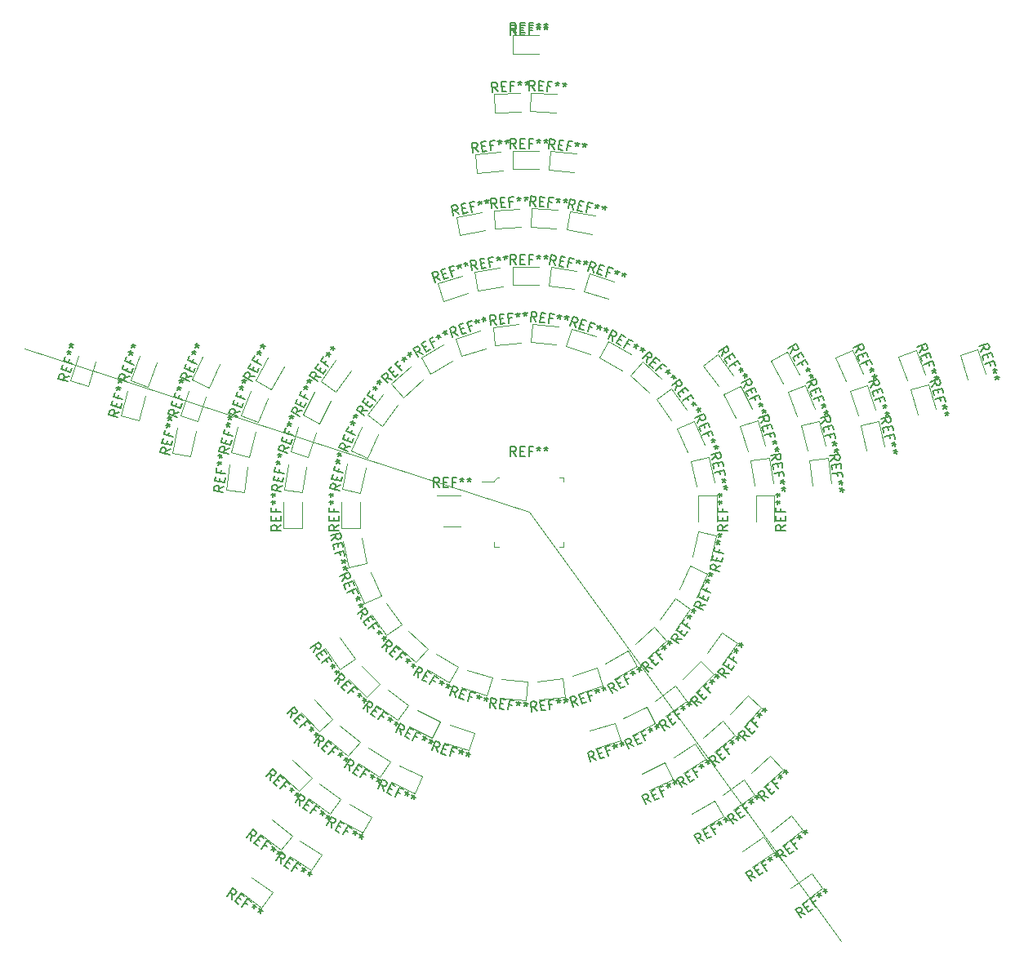
<source format=gbr>
G04 #@! TF.GenerationSoftware,KiCad,Pcbnew,(5.1.8)-1*
G04 #@! TF.CreationDate,2020-12-06T14:54:54-05:00*
G04 #@! TF.ProjectId,Snowflakes,536e6f77-666c-4616-9b65-732e6b696361,rev?*
G04 #@! TF.SameCoordinates,Original*
G04 #@! TF.FileFunction,Legend,Top*
G04 #@! TF.FilePolarity,Positive*
%FSLAX46Y46*%
G04 Gerber Fmt 4.6, Leading zero omitted, Abs format (unit mm)*
G04 Created by KiCad (PCBNEW (5.1.8)-1) date 2020-12-06 14:54:54*
%MOMM*%
%LPD*%
G01*
G04 APERTURE LIST*
%ADD10C,0.010000*%
%ADD11C,0.120000*%
%ADD12C,0.100000*%
%ADD13C,0.150000*%
G04 APERTURE END LIST*
D10*
X100000000Y-100000000D02*
X132328189Y-144495935D01*
X100000000Y-100000000D02*
X47691892Y-83004065D01*
D11*
X142146618Y-89349451D02*
X141429083Y-86762103D01*
X141429083Y-86762103D02*
X139578912Y-87275201D01*
X139578912Y-87275201D02*
X140296447Y-89862548D01*
X123153296Y-136792614D02*
X125392279Y-135310664D01*
X125392279Y-135310664D02*
X124332560Y-133709603D01*
X124332560Y-133709603D02*
X122093577Y-135191554D01*
X72162906Y-133389635D02*
X74264209Y-135061087D01*
X74264209Y-135061087D02*
X75459437Y-133558479D01*
X75459437Y-133558479D02*
X73358134Y-131887028D01*
X59642434Y-83843315D02*
X58702127Y-86358280D01*
X58702127Y-86358280D02*
X60500538Y-87030678D01*
X60500538Y-87030678D02*
X61440845Y-84515713D01*
X138319263Y-83874092D02*
X139259570Y-86389057D01*
X140117674Y-83201694D02*
X138319263Y-83874092D01*
X141057981Y-85716659D02*
X140117674Y-83201694D01*
X127177953Y-131460605D02*
X125076650Y-133132057D01*
X128373181Y-132963213D02*
X127177953Y-131460605D01*
X126271878Y-134634664D02*
X128373181Y-132963213D01*
X78477635Y-135569630D02*
X76238652Y-134087680D01*
X77417916Y-137170691D02*
X78477635Y-135569630D01*
X75178933Y-135688740D02*
X77417916Y-137170691D01*
X59520495Y-90522635D02*
X60238030Y-87935287D01*
X57670324Y-90009537D02*
X59520495Y-90522635D01*
X58387859Y-87422190D02*
X57670324Y-90009537D01*
X100128553Y-58426039D02*
X102810998Y-58543157D01*
X100212302Y-56507866D02*
X100128553Y-58426039D01*
X102894747Y-56624984D02*
X100212302Y-56507866D01*
X99103350Y-56537745D02*
X96420905Y-56654863D01*
X96420905Y-56654863D02*
X96504654Y-58573036D01*
X96504654Y-58573036D02*
X99187099Y-58455918D01*
X147348272Y-85667076D02*
X146518562Y-83113489D01*
X146518562Y-83113489D02*
X144692533Y-83706802D01*
X144692533Y-83706802D02*
X145522244Y-86260389D01*
X128262842Y-140601766D02*
X130435052Y-139023562D01*
X130435052Y-139023562D02*
X129306505Y-137470250D01*
X129306505Y-137470250D02*
X127134294Y-139048453D01*
X70119124Y-139426195D02*
X72291335Y-141004398D01*
X72291335Y-141004398D02*
X73419882Y-139451086D01*
X73419882Y-139451086D02*
X71247672Y-137872882D01*
X53269762Y-83764963D02*
X52440051Y-86318550D01*
X52440051Y-86318550D02*
X54266080Y-86911863D01*
X54266080Y-86911863D02*
X55095790Y-84358276D01*
X104910158Y-62849738D02*
X102239867Y-62569080D01*
X102239867Y-62569080D02*
X102039172Y-64478562D01*
X102039172Y-64478562D02*
X104709464Y-64759220D01*
X134628149Y-85677191D02*
X133536061Y-83224322D01*
X133536061Y-83224322D02*
X131782054Y-84005256D01*
X131782054Y-84005256D02*
X132874142Y-86458126D01*
X135935594Y-89375280D02*
X135105884Y-86821693D01*
X135105884Y-86821693D02*
X133279855Y-87415006D01*
X133279855Y-87415006D02*
X134109566Y-89968593D01*
X136849320Y-93189775D02*
X136291077Y-90563449D01*
X136291077Y-90563449D02*
X134413034Y-90962640D01*
X134413034Y-90962640D02*
X134971277Y-93588966D01*
X124322488Y-128507336D02*
X126317831Y-126710720D01*
X126317831Y-126710720D02*
X125033101Y-125283882D01*
X125033101Y-125283882D02*
X123037757Y-127080498D01*
X121209419Y-130893562D02*
X123381629Y-129315358D01*
X123381629Y-129315358D02*
X122253082Y-127762046D01*
X122253082Y-127762046D02*
X120080871Y-129340249D01*
X117863975Y-132941311D02*
X120189253Y-131598811D01*
X120189253Y-131598811D02*
X119229253Y-129936043D01*
X119229253Y-129936043D02*
X116903975Y-131278543D01*
X80403975Y-131941311D02*
X82729253Y-133283811D01*
X82729253Y-133283811D02*
X83689253Y-131621043D01*
X83689253Y-131621043D02*
X81363975Y-130278543D01*
X77172547Y-129717991D02*
X79344758Y-131296194D01*
X79344758Y-131296194D02*
X80473305Y-129742882D01*
X80473305Y-129742882D02*
X78301095Y-128164678D01*
X74191223Y-127169074D02*
X76186567Y-128965690D01*
X76186567Y-128965690D02*
X77471297Y-127538852D01*
X77471297Y-127538852D02*
X75475954Y-125742236D01*
X63566503Y-91233480D02*
X63008260Y-93859806D01*
X63008260Y-93859806D02*
X64886303Y-94258997D01*
X64886303Y-94258997D02*
X65444546Y-91632671D01*
X64682440Y-87473167D02*
X63852729Y-90026754D01*
X63852729Y-90026754D02*
X65678758Y-90620067D01*
X65678758Y-90620067D02*
X66508468Y-88066480D01*
X66185324Y-83850100D02*
X65093236Y-86302970D01*
X65093236Y-86302970D02*
X66847243Y-87083904D01*
X66847243Y-87083904D02*
X67939331Y-84631035D01*
X97078886Y-62640682D02*
X94408594Y-62921340D01*
X94408594Y-62921340D02*
X94609289Y-64830822D01*
X94609289Y-64830822D02*
X97279580Y-64550164D01*
X100173157Y-70412489D02*
X102852859Y-70581081D01*
X100293715Y-68496277D02*
X100173157Y-70412489D01*
X102973417Y-68664870D02*
X100293715Y-68496277D01*
X103880090Y-70667497D02*
X106517531Y-71170616D01*
X104239862Y-68781506D02*
X103880090Y-70667497D01*
X106877303Y-69284625D02*
X104239862Y-68781506D01*
X125074344Y-84292420D02*
X126367852Y-86645303D01*
X126756852Y-83367453D02*
X125074344Y-84292420D01*
X128050361Y-85720336D02*
X126756852Y-83367453D01*
X126845308Y-87558927D02*
X127833722Y-90055377D01*
X128630479Y-86852128D02*
X126845308Y-87558927D01*
X129618893Y-89348578D02*
X128630479Y-86852128D01*
X128192904Y-91021638D02*
X128860636Y-93622283D01*
X130052583Y-90544153D02*
X128192904Y-91021638D01*
X130720316Y-93144799D02*
X130052583Y-90544153D01*
X129095881Y-94625943D02*
X129432401Y-97289771D01*
X131000742Y-94385303D02*
X129095881Y-94625943D01*
X131337261Y-97049131D02*
X131000742Y-94385303D01*
X122687195Y-118993209D02*
X120849186Y-120950489D01*
X124086815Y-120307539D02*
X122687195Y-118993209D01*
X122248806Y-122264820D02*
X124086815Y-120307539D01*
X120127820Y-121686902D02*
X118058992Y-123398385D01*
X121351674Y-123166287D02*
X120127820Y-121686902D01*
X119282846Y-124877771D02*
X121351674Y-123166287D01*
X117251016Y-124038578D02*
X114983995Y-125477273D01*
X118279803Y-125659688D02*
X117251016Y-124038578D01*
X116012783Y-127098383D02*
X118279803Y-125659688D01*
X114102153Y-126011153D02*
X111672693Y-127154370D01*
X114919650Y-127748421D02*
X114102153Y-126011153D01*
X112490189Y-128891638D02*
X114919650Y-127748421D01*
X88947114Y-127446029D02*
X86517653Y-126302812D01*
X88129617Y-129183297D02*
X88947114Y-127446029D01*
X85700157Y-128040080D02*
X88129617Y-129183297D01*
X85594369Y-125844315D02*
X83327349Y-124405620D01*
X84565582Y-127465425D02*
X85594369Y-125844315D01*
X82298561Y-126026730D02*
X84565582Y-127465425D01*
X82468811Y-123835021D02*
X80399983Y-122123537D01*
X81244957Y-125314406D02*
X82468811Y-123835021D01*
X79176129Y-123602923D02*
X81244957Y-125314406D01*
X79619729Y-121449834D02*
X77781720Y-119492553D01*
X78220109Y-122764164D02*
X79619729Y-121449834D01*
X76382100Y-120806884D02*
X78220109Y-122764164D01*
X70481746Y-97969370D02*
X70818265Y-95305542D01*
X68576885Y-97728730D02*
X70481746Y-97969370D01*
X68913405Y-95064902D02*
X68576885Y-97728730D01*
X70969011Y-94285764D02*
X71636744Y-91685118D01*
X69109332Y-93808279D02*
X70969011Y-94285764D01*
X69777064Y-91207634D02*
X69109332Y-93808279D01*
X71914113Y-90692274D02*
X72902527Y-88195824D01*
X70128942Y-89985475D02*
X71914113Y-90692274D01*
X71117356Y-87489025D02*
X70128942Y-89985475D01*
X73302145Y-87245573D02*
X74595654Y-84892690D01*
X71619637Y-86320606D02*
X73302145Y-87245573D01*
X72913145Y-83967723D02*
X71619637Y-86320606D01*
X92809602Y-71298972D02*
X95447043Y-70795853D01*
X92449830Y-69412981D02*
X92809602Y-71298972D01*
X95087271Y-68909862D02*
X92449830Y-69412981D01*
X99022637Y-68539289D02*
X96342935Y-68707881D01*
X96342935Y-68707881D02*
X96463493Y-70624093D01*
X96463493Y-70624093D02*
X99143195Y-70455500D01*
X104970509Y-75009890D02*
X102318566Y-74589863D01*
X102318566Y-74589863D02*
X102018212Y-76486225D01*
X102018212Y-76486225D02*
X104670155Y-76906251D01*
X108818629Y-76095118D02*
X106265042Y-75265407D01*
X106265042Y-75265407D02*
X105671729Y-77091436D01*
X105671729Y-77091436D02*
X108225316Y-77921146D01*
X121185358Y-85844004D02*
X119607154Y-83671794D01*
X119607154Y-83671794D02*
X118053842Y-84800341D01*
X118053842Y-84800341D02*
X119632045Y-86972552D01*
X123139017Y-89332409D02*
X121920052Y-86940056D01*
X121920052Y-86940056D02*
X120209320Y-87811718D01*
X120209320Y-87811718D02*
X121428284Y-90204070D01*
X125302979Y-97004867D02*
X124882953Y-94352924D01*
X124882953Y-94352924D02*
X122986591Y-94653278D01*
X122986591Y-94653278D02*
X123406618Y-97305221D01*
X125460000Y-101000000D02*
X125460000Y-98315000D01*
X125460000Y-98315000D02*
X123540000Y-98315000D01*
X123540000Y-98315000D02*
X123540000Y-101000000D01*
X120009787Y-115774030D02*
X121587990Y-113601819D01*
X121587990Y-113601819D02*
X120034678Y-112473272D01*
X120034678Y-112473272D02*
X118456474Y-114645482D01*
X117295832Y-118710045D02*
X119194413Y-116811464D01*
X119194413Y-116811464D02*
X117836768Y-115453819D01*
X117836768Y-115453819D02*
X115938187Y-117352400D01*
X114155996Y-121185358D02*
X116328206Y-119607154D01*
X116328206Y-119607154D02*
X115199659Y-118053842D01*
X115199659Y-118053842D02*
X113027448Y-119632045D01*
X110667591Y-123139017D02*
X113059944Y-121920052D01*
X113059944Y-121920052D02*
X112188282Y-120209320D01*
X112188282Y-120209320D02*
X109795930Y-121428284D01*
X106916516Y-124522916D02*
X109470103Y-123693206D01*
X109470103Y-123693206D02*
X108876790Y-121867177D01*
X108876790Y-121867177D02*
X106323203Y-122696888D01*
X91181371Y-123904882D02*
X93734958Y-124734593D01*
X93734958Y-124734593D02*
X94328271Y-122908564D01*
X94328271Y-122908564D02*
X91774684Y-122078854D01*
X87550396Y-122231036D02*
X89942748Y-123450000D01*
X89942748Y-123450000D02*
X90814410Y-121739268D01*
X90814410Y-121739268D02*
X88422057Y-120520303D01*
X84225970Y-120009787D02*
X86398181Y-121587990D01*
X86398181Y-121587990D02*
X87526728Y-120034678D01*
X87526728Y-120034678D02*
X85354518Y-118456474D01*
X81289955Y-117295832D02*
X83188536Y-119194413D01*
X83188536Y-119194413D02*
X84546181Y-117836768D01*
X84546181Y-117836768D02*
X82647600Y-115938187D01*
X78814642Y-114155996D02*
X80392846Y-116328206D01*
X80392846Y-116328206D02*
X81946158Y-115199659D01*
X81946158Y-115199659D02*
X80367955Y-113027448D01*
X74540000Y-99000000D02*
X74540000Y-101685000D01*
X74540000Y-101685000D02*
X76460000Y-101685000D01*
X76460000Y-101685000D02*
X76460000Y-99000000D01*
X75009890Y-95029491D02*
X74589863Y-97681434D01*
X74589863Y-97681434D02*
X76486225Y-97981788D01*
X76486225Y-97981788D02*
X76906251Y-95329845D01*
X76095118Y-91181371D02*
X75265407Y-93734958D01*
X75265407Y-93734958D02*
X77091436Y-94328271D01*
X77091436Y-94328271D02*
X77921146Y-91774684D01*
X77768964Y-87550396D02*
X76550000Y-89942748D01*
X76550000Y-89942748D02*
X78260732Y-90814410D01*
X78260732Y-90814410D02*
X79479697Y-88422057D01*
X79990213Y-84225970D02*
X78412010Y-86398181D01*
X78412010Y-86398181D02*
X79965322Y-87526728D01*
X79965322Y-87526728D02*
X81543526Y-85354518D01*
X93083484Y-75477084D02*
X90529897Y-76306794D01*
X90529897Y-76306794D02*
X91123210Y-78132823D01*
X91123210Y-78132823D02*
X93676797Y-77303112D01*
X97004867Y-74697021D02*
X94352924Y-75117047D01*
X94352924Y-75117047D02*
X94653278Y-77013409D01*
X94653278Y-77013409D02*
X97305221Y-76593382D01*
X100157659Y-82379956D02*
X102827951Y-82660614D01*
X100358354Y-80470474D02*
X100157659Y-82379956D01*
X103028645Y-80751132D02*
X100358354Y-80470474D01*
X103817627Y-82797775D02*
X106371214Y-83627485D01*
X104410940Y-80971746D02*
X103817627Y-82797775D01*
X106964527Y-81801457D02*
X104410940Y-80971746D01*
X107310747Y-83967414D02*
X109636025Y-85309914D01*
X108270747Y-82304646D02*
X107310747Y-83967414D01*
X110596025Y-83647146D02*
X108270747Y-82304646D01*
X110484352Y-85837754D02*
X112479695Y-87634370D01*
X111769082Y-84410916D02*
X110484352Y-85837754D01*
X113764426Y-86207532D02*
X111769082Y-84410916D01*
X113199740Y-88327052D02*
X114777943Y-90499263D01*
X114753052Y-87198505D02*
X113199740Y-88327052D01*
X116331256Y-89370715D02*
X114753052Y-87198505D01*
X115338236Y-91326515D02*
X116430324Y-93779385D01*
X117092243Y-90545581D02*
X115338236Y-91326515D01*
X118184331Y-92998450D02*
X117092243Y-90545581D01*
X116806378Y-94705050D02*
X117364621Y-97331376D01*
X118684421Y-94305859D02*
X116806378Y-94705050D01*
X119242664Y-96932185D02*
X118684421Y-94305859D01*
X117540000Y-98315000D02*
X117540000Y-101000000D01*
X119460000Y-98315000D02*
X117540000Y-98315000D01*
X119460000Y-101000000D02*
X119460000Y-98315000D01*
X117507041Y-101998592D02*
X116948798Y-104624918D01*
X119385084Y-102397783D02*
X117507041Y-101998592D01*
X118826841Y-105024109D02*
X119385084Y-102397783D01*
X116708939Y-105594836D02*
X115616851Y-108047705D01*
X118462946Y-106375770D02*
X116708939Y-105594836D01*
X117370858Y-108828640D02*
X118462946Y-106375770D01*
X115180577Y-108946560D02*
X113602373Y-111118770D01*
X116733889Y-110075107D02*
X115180577Y-108946560D01*
X115155686Y-112247318D02*
X116733889Y-110075107D01*
X112988751Y-111907275D02*
X110993407Y-113703891D01*
X114273481Y-113334113D02*
X112988751Y-111907275D01*
X112278138Y-115130729D02*
X114273481Y-113334113D01*
X110229253Y-114347586D02*
X107903975Y-115690086D01*
X111189253Y-116010354D02*
X110229253Y-114347586D01*
X108863975Y-117352854D02*
X111189253Y-116010354D01*
X107022689Y-116160837D02*
X104469102Y-116990548D01*
X107616002Y-117986866D02*
X107022689Y-116160837D01*
X105062415Y-118816576D02*
X107616002Y-117986866D01*
X103509199Y-117267784D02*
X100838908Y-117548442D01*
X103709894Y-119177266D02*
X103509199Y-117267784D01*
X101039602Y-119457924D02*
X103709894Y-119177266D01*
X99842341Y-117620044D02*
X97172049Y-117339386D01*
X99641646Y-119529526D02*
X99842341Y-117620044D01*
X96971355Y-119248868D02*
X99641646Y-119529526D01*
X96182373Y-117202225D02*
X93628786Y-116372515D01*
X95589060Y-119028254D02*
X96182373Y-117202225D01*
X93035473Y-118198543D02*
X95589060Y-119028254D01*
X92689253Y-116032586D02*
X90363975Y-114690086D01*
X91729253Y-117695354D02*
X92689253Y-116032586D01*
X89403975Y-116352854D02*
X91729253Y-117695354D01*
X89515648Y-114162246D02*
X87520305Y-112365630D01*
X88230918Y-115589084D02*
X89515648Y-114162246D01*
X86235574Y-113792468D02*
X88230918Y-115589084D01*
X86800260Y-111672948D02*
X85222057Y-109500737D01*
X85246948Y-112801495D02*
X86800260Y-111672948D01*
X83668744Y-110629285D02*
X85246948Y-112801495D01*
X84661764Y-108673485D02*
X83569676Y-106220615D01*
X82907757Y-109454419D02*
X84661764Y-108673485D01*
X81815669Y-107001550D02*
X82907757Y-109454419D01*
X83193622Y-105294950D02*
X82635379Y-102668624D01*
X81315579Y-105694141D02*
X83193622Y-105294950D01*
X80757336Y-103067815D02*
X81315579Y-105694141D01*
X82460000Y-101685000D02*
X82460000Y-99000000D01*
X80540000Y-101685000D02*
X82460000Y-101685000D01*
X80540000Y-99000000D02*
X80540000Y-101685000D01*
X82492959Y-98001408D02*
X83051202Y-95375082D01*
X80614916Y-97602217D02*
X82492959Y-98001408D01*
X81173159Y-94975891D02*
X80614916Y-97602217D01*
X83291061Y-94405164D02*
X84383149Y-91952295D01*
X81537054Y-93624230D02*
X83291061Y-94405164D01*
X82629142Y-91171360D02*
X81537054Y-93624230D01*
X84819423Y-91053440D02*
X86397627Y-88881230D01*
X83266111Y-89924893D02*
X84819423Y-91053440D01*
X84844314Y-87752682D02*
X83266111Y-89924893D01*
X87011249Y-88092725D02*
X89006593Y-86296109D01*
X85726519Y-86665887D02*
X87011249Y-88092725D01*
X87721862Y-84869271D02*
X85726519Y-86665887D01*
X89770747Y-85652414D02*
X92096025Y-84309914D01*
X88810747Y-83989646D02*
X89770747Y-85652414D01*
X91136025Y-82647146D02*
X88810747Y-83989646D01*
X92977311Y-83839163D02*
X95530898Y-83009452D01*
X92383998Y-82013134D02*
X92977311Y-83839163D01*
X94937585Y-81183424D02*
X92383998Y-82013134D01*
X98960398Y-80542076D02*
X96290106Y-80822734D01*
X96290106Y-80822734D02*
X96490801Y-82732216D01*
X96490801Y-82732216D02*
X99161092Y-82451558D01*
X98315000Y-64460000D02*
X101000000Y-64460000D01*
X98315000Y-62540000D02*
X98315000Y-64460000D01*
X101000000Y-62540000D02*
X98315000Y-62540000D01*
X98315000Y-52460000D02*
X101000000Y-52460000D01*
X98315000Y-50540000D02*
X98315000Y-52460000D01*
X101000000Y-50540000D02*
X98315000Y-50540000D01*
D12*
X96400000Y-103600000D02*
X96400000Y-103150000D01*
X96400000Y-103600000D02*
X96850000Y-103600000D01*
X103600000Y-103600000D02*
X103150000Y-103600000D01*
X103600000Y-103600000D02*
X103600000Y-103150000D01*
X103600000Y-96400000D02*
X103600000Y-96850000D01*
X103600000Y-96400000D02*
X103150000Y-96400000D01*
X96400000Y-96850000D02*
X95100000Y-96850000D01*
X96400000Y-96750000D02*
X96400000Y-96850000D01*
X96750000Y-96400000D02*
X96400000Y-96750000D01*
X96850000Y-96400000D02*
X96750000Y-96400000D01*
D11*
X98315000Y-76460000D02*
X101000000Y-76460000D01*
X98315000Y-74540000D02*
X98315000Y-76460000D01*
X101000000Y-74540000D02*
X98315000Y-74540000D01*
X76095118Y-91181371D02*
X75265407Y-93734958D01*
X75265407Y-93734958D02*
X77091436Y-94328271D01*
X77091436Y-94328271D02*
X77921146Y-91774684D01*
X124522916Y-93083484D02*
X123693206Y-90529897D01*
X123693206Y-90529897D02*
X121867177Y-91123210D01*
X121867177Y-91123210D02*
X122696888Y-93676797D01*
X84225970Y-120009787D02*
X86398181Y-121587990D01*
X86398181Y-121587990D02*
X87526728Y-120034678D01*
X87526728Y-120034678D02*
X85354518Y-118456474D01*
X114155996Y-121185358D02*
X116328206Y-119607154D01*
X116328206Y-119607154D02*
X115199659Y-118053842D01*
X115199659Y-118053842D02*
X113027448Y-119632045D01*
X91140000Y-101490000D02*
X92940000Y-101490000D01*
X92940000Y-98270000D02*
X90490000Y-98270000D01*
D13*
X141752038Y-87037478D02*
X142121830Y-86589012D01*
X141599330Y-86486832D02*
X142562960Y-86219594D01*
X142664766Y-86586691D01*
X142644330Y-86691191D01*
X142611168Y-86749804D01*
X142532119Y-86821143D01*
X142394458Y-86859320D01*
X142289958Y-86838884D01*
X142231345Y-86805722D01*
X142160007Y-86726673D01*
X142058202Y-86359576D01*
X142371327Y-87310481D02*
X142460407Y-87631691D01*
X141993825Y-87909335D02*
X141866568Y-87450463D01*
X142830199Y-87183225D01*
X142957455Y-87642096D01*
X142702194Y-88503547D02*
X142613114Y-88182337D01*
X142108355Y-88322319D02*
X143071986Y-88055081D01*
X143199242Y-88513952D01*
X143339224Y-89018711D02*
X143109788Y-89082339D01*
X143137935Y-88827452D02*
X143109788Y-89082339D01*
X143265191Y-89286324D01*
X142888063Y-88995580D02*
X143109788Y-89082339D01*
X142964417Y-89270903D01*
X143542834Y-89752906D02*
X143313399Y-89816534D01*
X143341545Y-89561647D02*
X143313399Y-89816534D01*
X143468801Y-90020518D01*
X143091673Y-89729775D02*
X143313399Y-89816534D01*
X143168027Y-90005098D01*
X123505856Y-137929209D02*
X122965066Y-137716099D01*
X123029349Y-138244601D02*
X122477412Y-137410715D01*
X122795083Y-137200454D01*
X122900784Y-137187597D01*
X122966775Y-137201023D01*
X123059049Y-137254158D01*
X123137898Y-137373285D01*
X123150754Y-137478985D01*
X123137328Y-137544977D01*
X123084193Y-137637251D01*
X122766522Y-137847513D01*
X123574125Y-137255867D02*
X123852087Y-137071888D01*
X124260324Y-137429837D02*
X123863235Y-137692664D01*
X123311298Y-136858778D01*
X123708387Y-136595951D01*
X124606555Y-136572516D02*
X124328593Y-136756495D01*
X124617703Y-137193293D02*
X124065766Y-136359407D01*
X124462855Y-136096580D01*
X124899652Y-135807470D02*
X125031066Y-136006014D01*
X124779956Y-136058010D02*
X125031066Y-136006014D01*
X125177044Y-135795183D01*
X125017070Y-136243698D02*
X125031066Y-136006014D01*
X125255323Y-136086001D01*
X125534994Y-135386946D02*
X125666407Y-135585491D01*
X125415298Y-135637486D02*
X125666407Y-135585491D01*
X125812386Y-135374659D01*
X125652412Y-135823174D02*
X125666407Y-135585491D01*
X125890665Y-135665478D01*
X71190887Y-134076166D02*
X71226453Y-133495991D01*
X70743683Y-133720443D02*
X71366197Y-132937835D01*
X71664334Y-133174984D01*
X71709224Y-133271538D01*
X71716848Y-133338448D01*
X71694828Y-133442626D01*
X71605897Y-133554427D01*
X71509343Y-133599318D01*
X71442432Y-133606941D01*
X71338255Y-133584921D01*
X71040118Y-133347773D01*
X71852370Y-133933020D02*
X72113239Y-134140525D01*
X71898961Y-134639394D02*
X71526291Y-134342958D01*
X72148805Y-133560350D01*
X72521476Y-133856785D01*
X72821313Y-134703753D02*
X72560444Y-134496248D01*
X72234365Y-134906186D02*
X72856879Y-134123577D01*
X73229550Y-134420013D01*
X73639488Y-134746092D02*
X73491270Y-134932427D01*
X73364222Y-134709675D02*
X73491270Y-134932427D01*
X73736892Y-135006111D01*
X73260894Y-134992565D02*
X73491270Y-134932427D01*
X73484497Y-135170426D01*
X74235760Y-135220389D02*
X74087543Y-135406724D01*
X73960494Y-135183972D02*
X74087543Y-135406724D01*
X74333165Y-135480408D01*
X73857167Y-135466862D02*
X74087543Y-135406724D01*
X74080770Y-135644723D01*
X58602712Y-85945667D02*
X58039942Y-86091126D01*
X58402593Y-86480908D02*
X57465921Y-86130701D01*
X57599334Y-85773873D01*
X57677290Y-85701343D01*
X57738570Y-85673416D01*
X57844454Y-85662166D01*
X57978264Y-85712195D01*
X58050794Y-85790152D01*
X58078721Y-85851432D01*
X58089971Y-85957315D01*
X57956559Y-86314143D01*
X58262163Y-85360794D02*
X58378899Y-85048570D01*
X58919566Y-85098202D02*
X58752801Y-85544236D01*
X57816129Y-85194029D01*
X57982894Y-84747994D01*
X58695753Y-84201105D02*
X58579017Y-84513329D01*
X59069655Y-84696771D02*
X58132983Y-84346563D01*
X58299748Y-83900529D01*
X58483190Y-83409891D02*
X58706208Y-83493274D01*
X58533618Y-83682938D02*
X58706208Y-83493274D01*
X58700383Y-83236904D01*
X58834592Y-83693790D02*
X58706208Y-83493274D01*
X58934651Y-83426170D01*
X58750015Y-82696236D02*
X58973032Y-82779619D01*
X58800443Y-82969283D02*
X58973032Y-82779619D01*
X58967208Y-82523249D01*
X59101416Y-82980135D02*
X58973032Y-82779619D01*
X59201476Y-82712515D01*
X140463401Y-83447874D02*
X140792699Y-82968885D01*
X140263282Y-82912633D02*
X141199954Y-82562426D01*
X141333367Y-82919253D01*
X141322116Y-83025137D01*
X141294189Y-83086417D01*
X141221659Y-83164373D01*
X141087849Y-83214403D01*
X140981965Y-83203152D01*
X140920685Y-83175226D01*
X140842729Y-83102695D01*
X140709317Y-82745868D01*
X141104127Y-83665863D02*
X141220863Y-83978087D01*
X140780255Y-84295340D02*
X140613490Y-83849305D01*
X141550162Y-83499098D01*
X141716927Y-83945132D01*
X141537717Y-84825553D02*
X141420982Y-84513329D01*
X140930344Y-84696771D02*
X141867016Y-84346563D01*
X142033781Y-84792598D01*
X142217223Y-85283235D02*
X141994206Y-85366618D01*
X142000030Y-85110248D02*
X141994206Y-85366618D01*
X142166796Y-85556282D01*
X141765763Y-85299514D02*
X141994206Y-85366618D01*
X141865822Y-85567135D01*
X142484048Y-85996890D02*
X142261031Y-86080273D01*
X142266855Y-85823903D02*
X142261031Y-86080273D01*
X142433620Y-86269937D01*
X142032588Y-86013169D02*
X142261031Y-86080273D01*
X142132647Y-86280790D01*
X126722157Y-135736205D02*
X126164852Y-135571039D01*
X126274952Y-136091928D02*
X125652437Y-135309320D01*
X125950574Y-135072171D01*
X126054752Y-135050151D01*
X126121662Y-135057775D01*
X126218216Y-135102665D01*
X126307147Y-135214466D01*
X126329167Y-135318644D01*
X126321544Y-135385555D01*
X126276653Y-135482109D01*
X125978517Y-135719257D01*
X126731481Y-135059475D02*
X126992351Y-134851971D01*
X127430231Y-135172978D02*
X127057560Y-135469413D01*
X126435046Y-134686805D01*
X126807716Y-134390369D01*
X127700425Y-134288743D02*
X127439555Y-134496248D01*
X127765634Y-134906186D02*
X127143120Y-134123577D01*
X127515790Y-133827142D01*
X127925728Y-133501063D02*
X128073946Y-133687398D01*
X127828323Y-133761082D02*
X128073946Y-133687398D01*
X128200994Y-133464646D01*
X128080719Y-133925397D02*
X128073946Y-133687398D01*
X128304321Y-133747536D01*
X128522001Y-133026766D02*
X128670218Y-133213101D01*
X128424596Y-133286785D02*
X128670218Y-133213101D01*
X128797267Y-132990349D01*
X128676991Y-133451100D02*
X128670218Y-133213101D01*
X128900594Y-133273239D01*
X74270448Y-136457377D02*
X74255313Y-135876309D01*
X73793942Y-136141984D02*
X74345879Y-135308098D01*
X74663550Y-135518360D01*
X74716685Y-135610634D01*
X74730111Y-135676626D01*
X74717254Y-135782326D01*
X74638406Y-135901453D01*
X74546132Y-135954588D01*
X74480140Y-135968014D01*
X74374440Y-135955157D01*
X74056769Y-135744896D01*
X74916937Y-136257124D02*
X75194899Y-136441103D01*
X75024916Y-136956748D02*
X74627828Y-136693921D01*
X75179765Y-135860035D01*
X75576853Y-136122862D01*
X75949368Y-136940474D02*
X75671406Y-136756495D01*
X75382296Y-137193293D02*
X75934233Y-136359407D01*
X76331321Y-136622234D01*
X76768119Y-136911344D02*
X76636705Y-137109888D01*
X76490726Y-136899057D02*
X76636705Y-137109888D01*
X76887815Y-137161884D01*
X76412448Y-137189875D02*
X76636705Y-137109888D01*
X76650701Y-137347572D01*
X77403460Y-137331867D02*
X77272047Y-137530411D01*
X77126068Y-137319580D02*
X77272047Y-137530411D01*
X77523156Y-137582407D01*
X77047789Y-137610399D02*
X77272047Y-137530411D01*
X77286042Y-137768095D01*
X57535326Y-89607160D02*
X56987375Y-89801113D01*
X57382618Y-90157806D02*
X56418988Y-89890567D01*
X56520793Y-89523470D01*
X56592131Y-89444421D01*
X56650744Y-89411260D01*
X56755244Y-89390824D01*
X56892905Y-89429001D01*
X56971954Y-89500339D01*
X57005116Y-89558952D01*
X57025552Y-89663452D01*
X56923746Y-90030549D01*
X57145098Y-89054193D02*
X57234177Y-88732983D01*
X57777113Y-88735304D02*
X57649856Y-89194175D01*
X56686226Y-88926937D01*
X56813482Y-88468065D01*
X57475964Y-87861127D02*
X57386885Y-88182337D01*
X57891644Y-88322319D02*
X56928013Y-88055081D01*
X57055269Y-87596209D01*
X57195251Y-87091450D02*
X57424687Y-87155078D01*
X57269285Y-87359063D02*
X57424687Y-87155078D01*
X57396541Y-86900191D01*
X57570059Y-87343642D02*
X57424687Y-87155078D01*
X57646413Y-87068319D01*
X57398862Y-86357256D02*
X57628297Y-86420884D01*
X57472895Y-86624868D02*
X57628297Y-86420884D01*
X57600151Y-86165997D01*
X57773669Y-86609448D02*
X57628297Y-86420884D01*
X57850023Y-86334125D01*
X100573999Y-56285812D02*
X100261754Y-55795535D01*
X100003114Y-56260886D02*
X100046733Y-55261838D01*
X100427323Y-55278455D01*
X100520393Y-55330183D01*
X100565890Y-55379834D01*
X100609310Y-55477058D01*
X100603078Y-55619780D01*
X100551350Y-55712850D01*
X100501699Y-55758347D01*
X100404475Y-55801766D01*
X100023885Y-55785149D01*
X101025010Y-55781195D02*
X101358026Y-55795735D01*
X101477899Y-56325277D02*
X101002162Y-56304506D01*
X101045782Y-55305458D01*
X101521519Y-55326229D01*
X102261927Y-55835200D02*
X101928911Y-55820660D01*
X101906063Y-56343971D02*
X101949682Y-55344923D01*
X102425420Y-55365694D01*
X102948731Y-55388542D02*
X102938345Y-55626411D01*
X102704631Y-55520878D02*
X102938345Y-55626411D01*
X103180368Y-55541649D01*
X102787315Y-55810474D02*
X102938345Y-55626411D01*
X103072758Y-55822937D01*
X103709910Y-55421776D02*
X103699525Y-55659644D01*
X103465810Y-55554111D02*
X103699525Y-55659644D01*
X103941547Y-55574883D01*
X103548495Y-55843708D02*
X103699525Y-55659644D01*
X103833937Y-55856171D01*
X96761872Y-56402130D02*
X96408085Y-55940933D01*
X96190987Y-56427055D02*
X96147368Y-55428007D01*
X96527957Y-55411390D01*
X96625182Y-55454810D01*
X96674833Y-55500306D01*
X96726561Y-55593377D01*
X96732792Y-55736098D01*
X96689373Y-55833322D01*
X96643876Y-55882973D01*
X96550806Y-55934701D01*
X96170216Y-55951318D01*
X97167187Y-55860125D02*
X97500203Y-55845585D01*
X97665773Y-56362665D02*
X97190035Y-56383436D01*
X97146416Y-55384388D01*
X97622153Y-55363617D01*
X98404104Y-55806120D02*
X98071088Y-55820660D01*
X98093936Y-56343971D02*
X98050317Y-55344923D01*
X98526054Y-55324152D01*
X99049365Y-55301303D02*
X99059750Y-55539172D01*
X98817728Y-55454410D02*
X99059750Y-55539172D01*
X99293465Y-55433639D01*
X98925338Y-55735698D02*
X99059750Y-55539172D01*
X99210780Y-55723235D01*
X99810545Y-55268069D02*
X99820930Y-55505938D01*
X99578907Y-55421176D02*
X99820930Y-55505938D01*
X100054644Y-55400405D01*
X99686517Y-55702464D02*
X99820930Y-55505938D01*
X99971960Y-55690002D01*
X146853221Y-83374516D02*
X147203099Y-82910346D01*
X146676640Y-82831055D02*
X147627696Y-82522038D01*
X147745417Y-82884345D01*
X147729559Y-82989637D01*
X147698986Y-83049640D01*
X147623124Y-83124359D01*
X147487259Y-83168504D01*
X147381967Y-83152646D01*
X147321963Y-83122073D01*
X147247245Y-83046211D01*
X147129524Y-82683904D01*
X147483829Y-83620245D02*
X147586835Y-83937264D01*
X147132808Y-84234995D02*
X146985657Y-83782111D01*
X147936713Y-83473094D01*
X148083864Y-83925978D01*
X147866422Y-84797744D02*
X147763416Y-84480725D01*
X147265244Y-84642591D02*
X148216300Y-84333574D01*
X148363451Y-84786458D01*
X148525317Y-85284630D02*
X148298875Y-85358206D01*
X148315876Y-85102334D02*
X148298875Y-85358206D01*
X148463027Y-85555218D01*
X148073576Y-85281201D02*
X148298875Y-85358206D01*
X148161867Y-85552931D01*
X148760759Y-86009245D02*
X148534317Y-86082820D01*
X148551318Y-85826948D02*
X148534317Y-86082820D01*
X148698469Y-86279832D01*
X148309018Y-86005816D02*
X148534317Y-86082820D01*
X148397308Y-86277546D01*
X128664644Y-141721899D02*
X128115074Y-141532581D01*
X128202349Y-142057776D02*
X127614563Y-141248759D01*
X127922760Y-141024841D01*
X128027799Y-141007386D01*
X128094314Y-141017921D01*
X128188818Y-141066981D01*
X128272787Y-141182554D01*
X128290242Y-141287593D01*
X128279707Y-141354108D01*
X128230648Y-141448612D01*
X127922451Y-141672530D01*
X128703478Y-141046220D02*
X128973150Y-140850292D01*
X129396612Y-141190093D02*
X129011366Y-141469991D01*
X128423580Y-140660974D01*
X128808827Y-140381076D01*
X129705118Y-140318486D02*
X129435446Y-140514415D01*
X129743333Y-140938185D02*
X129155548Y-140129168D01*
X129540794Y-139849271D01*
X129964565Y-139541383D02*
X130104514Y-139734006D01*
X129855911Y-139796906D02*
X130104514Y-139734006D01*
X130241158Y-139517008D01*
X130100899Y-139972074D02*
X130104514Y-139734006D01*
X130332047Y-139804135D01*
X130580959Y-139093547D02*
X130720908Y-139286170D01*
X130472305Y-139349069D02*
X130720908Y-139286170D01*
X130857551Y-139069172D01*
X130717293Y-139524238D02*
X130720908Y-139286170D01*
X130948441Y-139356299D01*
X69177976Y-140154472D02*
X69188202Y-139573297D01*
X68715681Y-139818594D02*
X69303466Y-139009577D01*
X69611663Y-139233496D01*
X69660723Y-139328000D01*
X69671257Y-139394514D01*
X69653802Y-139499553D01*
X69569833Y-139615127D01*
X69475329Y-139664187D01*
X69408815Y-139674721D01*
X69303776Y-139657266D01*
X68995579Y-139433348D01*
X69832585Y-139982609D02*
X70102258Y-140178537D01*
X69909944Y-140686277D02*
X69524698Y-140406380D01*
X70112483Y-139597363D01*
X70497729Y-139877260D01*
X70834225Y-140710343D02*
X70564553Y-140514415D01*
X70256666Y-140938185D02*
X70844451Y-140129168D01*
X71229697Y-140409066D01*
X71653468Y-140716954D02*
X71513519Y-140909577D01*
X71376875Y-140692579D02*
X71513519Y-140909577D01*
X71762122Y-140972476D01*
X71285986Y-140979706D02*
X71513519Y-140909577D01*
X71517134Y-141147645D01*
X72269862Y-141164790D02*
X72129913Y-141357413D01*
X71993269Y-141140415D02*
X72129913Y-141357413D01*
X72378516Y-141420313D01*
X71902380Y-141427542D02*
X72129913Y-141357413D01*
X72133528Y-141595481D01*
X52322733Y-85910666D02*
X51766843Y-86080534D01*
X52146152Y-86454127D02*
X51195095Y-86145110D01*
X51312816Y-85782803D01*
X51387534Y-85706941D01*
X51447538Y-85676368D01*
X51552830Y-85660510D01*
X51688695Y-85704655D01*
X51764557Y-85779374D01*
X51795130Y-85839377D01*
X51810988Y-85944669D01*
X51693267Y-86306976D01*
X51956996Y-85341205D02*
X52060002Y-85024186D01*
X52602319Y-85050187D02*
X52455169Y-85503071D01*
X51504112Y-85194054D01*
X51651263Y-84741170D01*
X52339589Y-84163706D02*
X52236583Y-84480725D01*
X52734755Y-84642591D02*
X51783699Y-84333574D01*
X51930850Y-83880690D01*
X52092716Y-83382517D02*
X52319158Y-83456093D01*
X52155006Y-83653105D02*
X52319158Y-83456093D01*
X52302157Y-83200221D01*
X52456166Y-83650818D02*
X52319158Y-83456093D01*
X52544457Y-83379088D01*
X52328157Y-82657903D02*
X52554599Y-82731478D01*
X52390447Y-82928490D02*
X52554599Y-82731478D01*
X52537598Y-82475606D01*
X52691608Y-82926204D02*
X52554599Y-82731478D01*
X52779898Y-82654474D01*
X102614445Y-62369521D02*
X102332713Y-61861096D01*
X102046146Y-62309790D02*
X102150675Y-61315269D01*
X102529540Y-61355089D01*
X102619279Y-61412402D01*
X102661660Y-61464738D01*
X102699063Y-61564432D01*
X102684130Y-61706506D01*
X102626817Y-61796245D01*
X102574481Y-61838626D01*
X102474787Y-61876029D01*
X102095922Y-61836209D01*
X103095421Y-61893379D02*
X103426929Y-61928222D01*
X103514250Y-62464094D02*
X103040668Y-62414319D01*
X103145197Y-61419797D01*
X103618779Y-61469572D01*
X104326734Y-62022795D02*
X103995227Y-61987952D01*
X103940474Y-62508892D02*
X104045002Y-61514370D01*
X104518584Y-61564146D01*
X105039524Y-61618899D02*
X105014636Y-61855690D01*
X104787801Y-61736086D02*
X105014636Y-61855690D01*
X105261382Y-61785861D01*
X104852652Y-62030190D02*
X105014636Y-61855690D01*
X105136801Y-62060055D01*
X105797255Y-61698540D02*
X105772367Y-61935330D01*
X105545532Y-61815726D02*
X105772367Y-61935330D01*
X106019113Y-61865502D01*
X105610383Y-62109831D02*
X105772367Y-61935330D01*
X105894532Y-62139696D01*
X133896172Y-83448937D02*
X134195615Y-82950738D01*
X133663751Y-82926911D02*
X134577297Y-82520174D01*
X134732244Y-82868191D01*
X134727479Y-82974564D01*
X134703345Y-83037435D01*
X134635709Y-83119674D01*
X134505203Y-83177779D01*
X134398830Y-83173014D01*
X134335959Y-83148880D01*
X134253720Y-83081244D01*
X134098773Y-82733227D01*
X134549012Y-83627404D02*
X134684591Y-83931919D01*
X134264172Y-84275478D02*
X134070488Y-83840456D01*
X134984034Y-83433720D01*
X135177718Y-83868741D01*
X135052591Y-84758460D02*
X134917012Y-84453945D01*
X134438488Y-84666997D02*
X135352033Y-84260261D01*
X135545718Y-84695282D01*
X135758770Y-85173806D02*
X135541259Y-85270648D01*
X135531421Y-85014401D02*
X135541259Y-85270648D01*
X135725106Y-85449422D01*
X135309145Y-85217615D02*
X135541259Y-85270648D01*
X135425356Y-85478628D01*
X136068665Y-85869841D02*
X135851154Y-85966683D01*
X135841316Y-85710435D02*
X135851154Y-85966683D01*
X136035000Y-86145457D01*
X135619040Y-85913650D02*
X135851154Y-85966683D01*
X135735250Y-86174663D01*
X135440543Y-87082720D02*
X135790421Y-86618550D01*
X135263962Y-86539259D02*
X136215018Y-86230242D01*
X136332739Y-86592549D01*
X136316881Y-86697841D01*
X136286308Y-86757844D01*
X136210446Y-86832563D01*
X136074581Y-86876708D01*
X135969289Y-86860850D01*
X135909285Y-86830277D01*
X135834567Y-86754415D01*
X135716846Y-86392108D01*
X136071151Y-87328449D02*
X136174157Y-87645468D01*
X135720130Y-87943199D02*
X135572979Y-87490315D01*
X136524035Y-87181298D01*
X136671186Y-87634182D01*
X136453744Y-88505948D02*
X136350738Y-88188929D01*
X135852566Y-88350795D02*
X136803622Y-88041778D01*
X136950773Y-88494662D01*
X137112639Y-88992834D02*
X136886197Y-89066410D01*
X136903198Y-88810538D02*
X136886197Y-89066410D01*
X137050349Y-89263422D01*
X136660898Y-88989405D02*
X136886197Y-89066410D01*
X136749189Y-89261135D01*
X137348081Y-89717449D02*
X137121639Y-89791024D01*
X137138640Y-89535152D02*
X137121639Y-89791024D01*
X137285791Y-89988036D01*
X136896340Y-89714020D02*
X137121639Y-89791024D01*
X136984630Y-89985750D01*
X136596620Y-90858027D02*
X136993100Y-90432972D01*
X136477813Y-90299086D02*
X137455960Y-90091174D01*
X137535165Y-90463801D01*
X137508388Y-90566859D01*
X137471710Y-90623338D01*
X137388453Y-90689718D01*
X137248718Y-90719419D01*
X137145660Y-90692642D01*
X137089181Y-90655964D01*
X137022802Y-90572708D01*
X136943597Y-90200080D01*
X137198088Y-91168327D02*
X137267392Y-91494376D01*
X136784730Y-91743018D02*
X136685725Y-91277233D01*
X137663872Y-91069321D01*
X137762878Y-91535106D01*
X137455502Y-92379367D02*
X137386198Y-92053318D01*
X136873835Y-92162224D02*
X137851983Y-91954312D01*
X137950988Y-92420097D01*
X138059894Y-92932460D02*
X137827002Y-92981962D01*
X137870656Y-92729269D02*
X137827002Y-92981962D01*
X137969662Y-93195054D01*
X137610987Y-92881829D02*
X137827002Y-92981962D01*
X137670390Y-93161300D01*
X138218303Y-93677715D02*
X137985411Y-93727218D01*
X138029065Y-93474524D02*
X137985411Y-93727218D01*
X138128071Y-93940309D01*
X137769396Y-93627085D02*
X137985411Y-93727218D01*
X137828799Y-93906555D01*
X124839175Y-129579333D02*
X124272826Y-129448498D01*
X124414520Y-129961694D02*
X123745390Y-129218549D01*
X124028493Y-128963642D01*
X124131132Y-128935303D01*
X124198383Y-128938827D01*
X124297498Y-128977740D01*
X124393088Y-129083903D01*
X124421426Y-129186542D01*
X124417902Y-129253794D01*
X124378990Y-129352908D01*
X124095887Y-129607815D01*
X124807168Y-128903297D02*
X125054883Y-128680253D01*
X125511544Y-128973929D02*
X125157665Y-129292563D01*
X124488535Y-128549418D01*
X124842413Y-128230784D01*
X125727252Y-128074849D02*
X125479537Y-128297893D01*
X125830034Y-128687159D02*
X125160904Y-127944014D01*
X125514782Y-127625381D01*
X125904049Y-127274884D02*
X126063365Y-127451823D01*
X125822700Y-127540364D02*
X126063365Y-127451823D01*
X126176578Y-127221730D01*
X126084655Y-127688964D02*
X126063365Y-127451823D01*
X126296982Y-127497784D01*
X126470254Y-126765070D02*
X126629571Y-126942009D01*
X126388905Y-127030550D02*
X126629571Y-126942009D01*
X126742784Y-126711917D01*
X126650861Y-127179151D02*
X126629571Y-126942009D01*
X126863188Y-126987970D01*
X121611221Y-132013695D02*
X121061651Y-131824377D01*
X121148926Y-132349572D02*
X120561140Y-131540555D01*
X120869337Y-131316637D01*
X120974376Y-131299182D01*
X121040891Y-131309717D01*
X121135395Y-131358777D01*
X121219364Y-131474350D01*
X121236819Y-131579389D01*
X121226284Y-131645904D01*
X121177225Y-131740408D01*
X120869028Y-131964326D01*
X121650055Y-131338016D02*
X121919727Y-131142088D01*
X122343189Y-131481889D02*
X121957943Y-131761787D01*
X121370157Y-130952770D01*
X121755404Y-130672872D01*
X122651695Y-130610282D02*
X122382023Y-130806211D01*
X122689910Y-131229981D02*
X122102125Y-130420964D01*
X122487371Y-130141067D01*
X122911142Y-129833179D02*
X123051091Y-130025802D01*
X122802488Y-130088702D02*
X123051091Y-130025802D01*
X123187735Y-129808804D01*
X123047476Y-130263870D02*
X123051091Y-130025802D01*
X123278624Y-130095931D01*
X123527536Y-129385343D02*
X123667485Y-129577966D01*
X123418882Y-129640865D02*
X123667485Y-129577966D01*
X123804128Y-129360968D01*
X123663870Y-129816034D02*
X123667485Y-129577966D01*
X123895018Y-129648095D01*
X118146489Y-134097309D02*
X117619719Y-133851582D01*
X117651618Y-134383023D02*
X117151618Y-133516997D01*
X117481532Y-133326521D01*
X117587820Y-133320142D01*
X117652869Y-133337571D01*
X117741728Y-133396240D01*
X117813156Y-133519958D01*
X117819536Y-133626246D01*
X117802106Y-133691295D01*
X117743437Y-133780154D01*
X117413523Y-133970630D01*
X118255738Y-133429390D02*
X118544414Y-133262724D01*
X118930036Y-133644928D02*
X118517643Y-133883023D01*
X118017643Y-133016997D01*
X118430036Y-132778902D01*
X119327960Y-132810343D02*
X119039285Y-132977010D01*
X119301190Y-133430642D02*
X118801190Y-132564616D01*
X119213583Y-132326521D01*
X119667215Y-132064616D02*
X119786263Y-132270813D01*
X119532447Y-132307382D02*
X119786263Y-132270813D01*
X119944840Y-132069287D01*
X119757783Y-132507199D02*
X119786263Y-132270813D01*
X120005219Y-132364342D01*
X120327044Y-131683664D02*
X120446092Y-131889861D01*
X120192276Y-131926430D02*
X120446092Y-131889861D01*
X120604669Y-131688334D01*
X120417612Y-132126246D02*
X120446092Y-131889861D01*
X120665048Y-131983389D01*
X79544108Y-132763975D02*
X79493529Y-132184916D01*
X79049237Y-132478261D02*
X79549237Y-131612236D01*
X79879151Y-131802712D01*
X79937820Y-131891570D01*
X79955250Y-131956619D01*
X79948870Y-132062907D01*
X79877442Y-132186625D01*
X79788583Y-132245294D01*
X79723535Y-132262724D01*
X79617247Y-132256344D01*
X79287332Y-132065868D01*
X80177167Y-132524629D02*
X80465842Y-132691295D01*
X80327655Y-133216356D02*
X79915262Y-132978261D01*
X80415262Y-132112236D01*
X80827655Y-132350331D01*
X81249389Y-133143676D02*
X80960714Y-132977010D01*
X80698809Y-133430642D02*
X81198809Y-132564616D01*
X81611202Y-132802712D01*
X82064834Y-133064616D02*
X81945787Y-133270813D01*
X81787209Y-133069287D02*
X81945787Y-133270813D01*
X82199602Y-133307382D01*
X81726831Y-133364342D02*
X81945787Y-133270813D01*
X81974267Y-133507199D01*
X82724663Y-133445569D02*
X82605616Y-133651765D01*
X82447038Y-133450239D02*
X82605616Y-133651765D01*
X82859431Y-133688334D01*
X82386660Y-133745294D02*
X82605616Y-133651765D01*
X82634096Y-133888151D01*
X76231399Y-130446268D02*
X76241625Y-129865093D01*
X75769104Y-130110390D02*
X76356889Y-129301373D01*
X76665086Y-129525292D01*
X76714146Y-129619796D01*
X76724680Y-129686310D01*
X76707225Y-129791349D01*
X76623256Y-129906923D01*
X76528752Y-129955983D01*
X76462238Y-129966517D01*
X76357199Y-129949062D01*
X76049002Y-129725144D01*
X76886008Y-130274405D02*
X77155681Y-130470333D01*
X76963367Y-130978073D02*
X76578121Y-130698176D01*
X77165906Y-129889159D01*
X77551152Y-130169056D01*
X77887648Y-131002139D02*
X77617976Y-130806211D01*
X77310089Y-131229981D02*
X77897874Y-130420964D01*
X78283120Y-130700862D01*
X78706891Y-131008750D02*
X78566942Y-131201373D01*
X78430298Y-130984375D02*
X78566942Y-131201373D01*
X78815545Y-131264272D01*
X78339409Y-131271502D02*
X78566942Y-131201373D01*
X78570557Y-131439441D01*
X79323285Y-131456586D02*
X79183336Y-131649209D01*
X79046692Y-131432211D02*
X79183336Y-131649209D01*
X79431939Y-131712109D01*
X78955803Y-131719338D02*
X79183336Y-131649209D01*
X79186951Y-131887277D01*
X73179105Y-127794985D02*
X73250023Y-127218063D01*
X72754451Y-127412625D02*
X73423581Y-126669480D01*
X73706684Y-126924387D01*
X73745596Y-127023501D01*
X73749121Y-127090752D01*
X73720782Y-127193391D01*
X73625192Y-127299555D01*
X73526077Y-127338467D01*
X73458826Y-127341992D01*
X73356187Y-127313653D01*
X73073084Y-127058746D01*
X73848092Y-127692489D02*
X74095807Y-127915532D01*
X73851474Y-128400389D02*
X73497595Y-128081755D01*
X74166726Y-127338610D01*
X74520605Y-127657244D01*
X74768176Y-128520936D02*
X74520462Y-128297893D01*
X74169965Y-128687159D02*
X74839095Y-127944014D01*
X75192974Y-128262648D01*
X75582240Y-128613145D02*
X75422923Y-128790084D01*
X75309711Y-128559992D02*
X75422923Y-128790084D01*
X75663589Y-128878625D01*
X75189306Y-128836045D02*
X75422923Y-128790084D01*
X75401633Y-129027226D01*
X76148446Y-129122959D02*
X75989129Y-129299898D01*
X75875916Y-129069805D02*
X75989129Y-129299898D01*
X76229795Y-129388439D01*
X75755512Y-129345859D02*
X75989129Y-129299898D01*
X75967839Y-129537039D01*
X62848948Y-93466421D02*
X62313860Y-93693464D01*
X62730142Y-94025362D02*
X61751994Y-93817450D01*
X61831198Y-93444823D01*
X61897578Y-93361566D01*
X61954057Y-93324888D01*
X62057114Y-93298111D01*
X62196850Y-93327813D01*
X62280106Y-93394192D01*
X62316784Y-93450671D01*
X62343561Y-93553729D01*
X62264357Y-93926357D01*
X62425690Y-92938308D02*
X62494994Y-92612259D01*
X63037059Y-92581430D02*
X62938053Y-93047214D01*
X61959906Y-92839303D01*
X62058911Y-92373518D01*
X62683105Y-91727268D02*
X62613801Y-92053318D01*
X63126164Y-92162224D02*
X62148016Y-91954312D01*
X62247022Y-91488528D01*
X62355928Y-90976164D02*
X62588820Y-91025667D01*
X62446161Y-91238758D02*
X62588820Y-91025667D01*
X62545166Y-90772974D01*
X62745432Y-91205005D02*
X62588820Y-91025667D01*
X62804836Y-90925534D01*
X62514337Y-90230909D02*
X62747229Y-90280412D01*
X62604569Y-90493503D02*
X62747229Y-90280412D01*
X62703575Y-90027719D01*
X62903841Y-90459750D02*
X62747229Y-90280412D01*
X62963245Y-90180279D01*
X63735411Y-89618870D02*
X63179521Y-89788738D01*
X63558830Y-90162331D02*
X62607773Y-89853314D01*
X62725494Y-89491007D01*
X62800212Y-89415145D01*
X62860216Y-89384572D01*
X62965508Y-89368714D01*
X63101373Y-89412859D01*
X63177235Y-89487578D01*
X63207808Y-89547581D01*
X63223666Y-89652873D01*
X63105945Y-90015180D01*
X63369674Y-89049409D02*
X63472680Y-88732390D01*
X64014997Y-88758391D02*
X63867847Y-89211275D01*
X62916790Y-88902258D01*
X63063941Y-88449374D01*
X63752267Y-87871910D02*
X63649261Y-88188929D01*
X64147433Y-88350795D02*
X63196377Y-88041778D01*
X63343528Y-87588894D01*
X63505394Y-87090721D02*
X63731836Y-87164297D01*
X63567684Y-87361309D02*
X63731836Y-87164297D01*
X63714835Y-86908425D01*
X63868844Y-87359022D02*
X63731836Y-87164297D01*
X63957135Y-87087292D01*
X63740835Y-86366107D02*
X63967277Y-86439682D01*
X63803125Y-86636694D02*
X63967277Y-86439682D01*
X63950276Y-86183810D01*
X64104286Y-86634408D02*
X63967277Y-86439682D01*
X64192576Y-86362678D01*
X65019196Y-85885058D02*
X64448595Y-85995889D01*
X64786775Y-86407084D02*
X63873229Y-86000347D01*
X64028176Y-85652330D01*
X64110415Y-85584694D01*
X64173286Y-85560560D01*
X64279659Y-85555795D01*
X64410165Y-85613900D01*
X64477801Y-85696139D01*
X64501935Y-85759010D01*
X64506700Y-85865383D01*
X64351753Y-86213400D01*
X64714987Y-85280486D02*
X64850566Y-84975971D01*
X65387195Y-85058517D02*
X65193511Y-85493539D01*
X64279966Y-85086802D01*
X64473650Y-84651780D01*
X65218566Y-84149430D02*
X65082987Y-84453945D01*
X65561511Y-84666997D02*
X64647966Y-84260261D01*
X64841650Y-83825239D01*
X65054702Y-83346715D02*
X65272213Y-83443557D01*
X65088367Y-83622331D02*
X65272213Y-83443557D01*
X65282051Y-83187310D01*
X65388116Y-83651538D02*
X65272213Y-83443557D01*
X65504327Y-83390525D01*
X65364597Y-82650681D02*
X65582108Y-82747523D01*
X65398261Y-82926297D02*
X65582108Y-82747523D01*
X65591945Y-82491275D01*
X65698011Y-82955503D02*
X65582108Y-82747523D01*
X65814222Y-82694490D01*
X94733496Y-62648264D02*
X94352213Y-62209525D01*
X94165198Y-62707994D02*
X94060669Y-61713472D01*
X94439535Y-61673652D01*
X94539229Y-61711055D01*
X94591564Y-61753436D01*
X94648878Y-61843174D01*
X94663810Y-61985249D01*
X94626407Y-62084943D01*
X94584027Y-62137279D01*
X94494288Y-62194592D01*
X94115422Y-62234412D01*
X95104967Y-62082526D02*
X95436474Y-62047683D01*
X95633302Y-62553690D02*
X95159720Y-62603466D01*
X95055191Y-61608944D01*
X95528773Y-61559168D01*
X96336279Y-61953109D02*
X96004772Y-61987952D01*
X96059525Y-62508892D02*
X95954997Y-61514370D01*
X96428579Y-61464595D01*
X96949519Y-61409842D02*
X96974406Y-61646633D01*
X96727660Y-61576804D02*
X96974406Y-61646633D01*
X97201242Y-61527029D01*
X96852242Y-61850998D02*
X96974406Y-61646633D01*
X97136391Y-61821133D01*
X97707250Y-61330201D02*
X97732137Y-61566992D01*
X97485391Y-61497163D02*
X97732137Y-61566992D01*
X97958973Y-61447388D01*
X97609973Y-61771357D02*
X97732137Y-61566992D01*
X97894122Y-61741492D01*
X100659607Y-68281208D02*
X100356832Y-67785027D01*
X100089306Y-68245328D02*
X100152096Y-67247301D01*
X100532297Y-67271221D01*
X100624357Y-67324726D01*
X100668892Y-67375242D01*
X100710437Y-67473282D01*
X100701467Y-67615857D01*
X100647962Y-67707917D01*
X100597447Y-67752452D01*
X100499407Y-67793997D01*
X100119206Y-67770077D01*
X101120223Y-67785342D02*
X101452899Y-67806273D01*
X101562584Y-68338019D02*
X101087333Y-68308118D01*
X101150123Y-67310092D01*
X101625374Y-67339992D01*
X102355875Y-67863083D02*
X102023200Y-67842153D01*
X101990309Y-68364929D02*
X102053100Y-67366902D01*
X102528351Y-67396802D01*
X103051127Y-67429693D02*
X103036176Y-67667318D01*
X102804531Y-67557318D02*
X103036176Y-67667318D01*
X103279782Y-67587218D01*
X102881641Y-67848448D02*
X103036176Y-67667318D01*
X103166792Y-67866388D01*
X103811528Y-67477533D02*
X103796578Y-67715158D01*
X103564932Y-67605158D02*
X103796578Y-67715158D01*
X104040183Y-67635058D01*
X103642042Y-67896289D02*
X103796578Y-67715158D01*
X103927193Y-67914229D01*
X104629824Y-68613991D02*
X104391625Y-68083775D01*
X104068517Y-68506916D02*
X104255899Y-67524629D01*
X104630103Y-67596012D01*
X104714732Y-67660633D01*
X104752584Y-67716332D01*
X104781514Y-67818806D01*
X104754745Y-67959133D01*
X104690124Y-68043761D01*
X104634425Y-68081614D01*
X104531951Y-68110543D01*
X104157747Y-68039160D01*
X105148957Y-68179766D02*
X105476386Y-68242226D01*
X105518561Y-68783526D02*
X105050805Y-68694297D01*
X105238186Y-67712010D01*
X105705942Y-67801239D01*
X106365122Y-68411762D02*
X106037693Y-68349301D01*
X105939541Y-68863833D02*
X106126922Y-67881545D01*
X106594678Y-67970774D01*
X107109209Y-68068927D02*
X107064595Y-68302805D01*
X106848563Y-68164639D02*
X107064595Y-68302805D01*
X107316318Y-68253868D01*
X106888576Y-68463138D02*
X107064595Y-68302805D01*
X107169230Y-68516676D01*
X107857619Y-68211693D02*
X107813004Y-68445571D01*
X107596972Y-68307405D02*
X107813004Y-68445571D01*
X108064728Y-68396635D01*
X107636986Y-68605905D02*
X107813004Y-68445571D01*
X107917639Y-68659442D01*
X127134496Y-83561146D02*
X127391200Y-83039637D01*
X126859208Y-83060399D02*
X127735515Y-82578645D01*
X127919040Y-82912477D01*
X127923192Y-83018875D01*
X127904404Y-83083545D01*
X127843887Y-83171155D01*
X127718700Y-83239977D01*
X127612302Y-83244129D01*
X127547632Y-83225341D01*
X127460022Y-83164824D01*
X127276497Y-82830993D01*
X127799979Y-83684359D02*
X127960564Y-83976461D01*
X127570368Y-84353995D02*
X127340962Y-83936706D01*
X128217268Y-83454952D01*
X128446675Y-83872241D01*
X128396436Y-84769310D02*
X128235852Y-84477208D01*
X127776834Y-84729555D02*
X128653141Y-84247801D01*
X128882547Y-84665090D01*
X129134894Y-85124108D02*
X128926250Y-85238811D01*
X128895004Y-84984285D02*
X128926250Y-85238811D01*
X129124411Y-85401574D01*
X128690512Y-85205387D02*
X128926250Y-85238811D01*
X128828156Y-85455760D01*
X129501945Y-85791770D02*
X129293300Y-85906473D01*
X129262055Y-85651947D02*
X129293300Y-85906473D01*
X129491461Y-86069236D01*
X129057563Y-85873049D02*
X129293300Y-85906473D01*
X129195207Y-86123422D01*
X128980868Y-87091625D02*
X129300910Y-86606402D01*
X128770511Y-86560324D02*
X129700287Y-86192200D01*
X129840525Y-86546400D01*
X129831310Y-86652480D01*
X129804564Y-86714285D01*
X129733544Y-86793619D01*
X129600719Y-86846209D01*
X129494639Y-86836993D01*
X129432834Y-86810248D01*
X129353499Y-86739227D01*
X129213261Y-86385027D01*
X129625661Y-87297274D02*
X129748369Y-87607199D01*
X129313933Y-87932851D02*
X129138635Y-87490101D01*
X130068412Y-87121976D01*
X130243709Y-87564727D01*
X130081434Y-88448425D02*
X129958726Y-88138500D01*
X129471700Y-88331327D02*
X130401477Y-87963202D01*
X130576774Y-88405953D01*
X130769601Y-88892979D02*
X130548226Y-88980628D01*
X130549127Y-88724193D02*
X130548226Y-88980628D01*
X130724425Y-89166944D01*
X130318537Y-88917921D02*
X130548226Y-88980628D01*
X130423715Y-89183572D01*
X131050077Y-89601380D02*
X130828702Y-89689029D01*
X130829603Y-89432594D02*
X130828702Y-89689029D01*
X131004901Y-89875345D01*
X130599012Y-89626323D02*
X130828702Y-89689029D01*
X130704191Y-89891973D01*
X130370192Y-90825678D02*
X130748526Y-90384393D01*
X130228084Y-90272202D02*
X131196667Y-90023512D01*
X131291406Y-90392496D01*
X131268968Y-90496584D01*
X131234687Y-90554550D01*
X131154284Y-90624357D01*
X131015915Y-90659885D01*
X130911826Y-90637446D01*
X130853861Y-90603166D01*
X130784053Y-90522762D01*
X130689314Y-90153778D01*
X130984127Y-91110519D02*
X131067024Y-91433380D01*
X130595198Y-91702015D02*
X130476774Y-91240785D01*
X131445357Y-90992095D01*
X131563781Y-91453325D01*
X131292029Y-92309717D02*
X131209132Y-91986856D01*
X130701779Y-92117122D02*
X131670362Y-91868432D01*
X131788786Y-92329662D01*
X131919052Y-92837015D02*
X131688437Y-92896227D01*
X131721471Y-92641927D02*
X131688437Y-92896227D01*
X131839895Y-93103158D01*
X131468418Y-92805228D02*
X131688437Y-92896227D01*
X131539472Y-93081966D01*
X132108530Y-93574983D02*
X131877915Y-93634195D01*
X131910949Y-93379896D02*
X131877915Y-93634195D01*
X132029373Y-93841126D01*
X131657896Y-93543196D02*
X131877915Y-93634195D01*
X131728950Y-93819934D01*
X131280562Y-94704414D02*
X131711220Y-94314027D01*
X131208943Y-94137492D02*
X132201057Y-94012158D01*
X132248803Y-94390107D01*
X132213496Y-94490562D01*
X132172221Y-94543774D01*
X132083702Y-94602954D01*
X131941972Y-94620859D01*
X131841516Y-94585552D01*
X131788304Y-94544276D01*
X131729124Y-94455758D01*
X131681378Y-94077809D01*
X131853955Y-95063956D02*
X131895733Y-95394660D01*
X131393958Y-95602042D02*
X131334276Y-95129606D01*
X132326391Y-95004273D01*
X132386073Y-95476709D01*
X132009130Y-96292288D02*
X131967352Y-95961583D01*
X131447673Y-96027234D02*
X132439787Y-95901901D01*
X132499470Y-96374336D01*
X132565121Y-96894015D02*
X132328903Y-96923857D01*
X132393549Y-96675702D02*
X132328903Y-96923857D01*
X132453231Y-97148138D01*
X132122024Y-96805999D02*
X132328903Y-96923857D01*
X132157833Y-97089460D01*
X132660613Y-97649912D02*
X132424395Y-97679753D01*
X132489041Y-97431599D02*
X132424395Y-97679753D01*
X132548723Y-97904035D01*
X132217516Y-97561896D02*
X132424395Y-97679753D01*
X132253325Y-97845357D01*
X122853383Y-123289823D02*
X122278072Y-123206837D01*
X122462213Y-123706376D02*
X121733244Y-123021829D01*
X121994024Y-122744127D01*
X122093932Y-122707299D01*
X122161242Y-122705183D01*
X122263265Y-122735666D01*
X122367403Y-122833458D01*
X122404232Y-122933366D01*
X122406347Y-123000676D01*
X122375865Y-123102699D01*
X122115085Y-123380401D01*
X122764919Y-122618835D02*
X122993102Y-122375846D01*
X123472735Y-122630280D02*
X123146760Y-122977408D01*
X122417791Y-122292861D01*
X122743766Y-121945733D01*
X123612454Y-121716303D02*
X123384271Y-121959292D01*
X123766112Y-122317865D02*
X123037143Y-121633317D01*
X123363118Y-121286190D01*
X123721691Y-120904349D02*
X123895254Y-121067336D01*
X123662841Y-121175705D02*
X123895254Y-121067336D01*
X123988816Y-120828577D01*
X123936313Y-121301865D02*
X123895254Y-121067336D01*
X124131898Y-121093588D01*
X124243250Y-120348944D02*
X124416814Y-120511932D01*
X124184401Y-120620301D02*
X124416814Y-120511932D01*
X124510376Y-120273173D01*
X124457873Y-120746460D02*
X124416814Y-120511932D01*
X124653458Y-120538183D01*
X119754189Y-125970465D02*
X119193816Y-125816028D01*
X119313896Y-126334707D02*
X118676472Y-125564194D01*
X118970001Y-125321366D01*
X119073736Y-125297350D01*
X119140781Y-125303687D01*
X119238179Y-125346716D01*
X119329240Y-125456789D01*
X119353256Y-125560525D01*
X119346918Y-125627570D01*
X119303889Y-125724968D01*
X119010360Y-125967796D01*
X119750520Y-125293681D02*
X120007358Y-125081206D01*
X120451320Y-125393748D02*
X120084409Y-125697283D01*
X119446985Y-124926770D01*
X119813896Y-124623234D01*
X120704489Y-124504489D02*
X120447651Y-124716964D01*
X120781540Y-125120566D02*
X120144116Y-124350053D01*
X120511027Y-124046518D01*
X120914629Y-123712629D02*
X121066397Y-123896084D01*
X120822234Y-123974470D02*
X121066397Y-123896084D01*
X121189145Y-123670934D01*
X121077738Y-124133909D02*
X121066397Y-123896084D01*
X121297884Y-123951788D01*
X121501687Y-123226972D02*
X121653455Y-123410428D01*
X121409292Y-123488813D02*
X121653455Y-123410428D01*
X121776203Y-123185278D01*
X121664795Y-123648253D02*
X121653455Y-123410428D01*
X121884942Y-123466132D01*
X116343458Y-128241535D02*
X115806860Y-128018083D01*
X115860985Y-128547722D02*
X115325158Y-127703394D01*
X115646807Y-127499269D01*
X115752734Y-127488444D01*
X115818456Y-127503135D01*
X115909693Y-127558032D01*
X115986240Y-127678650D01*
X115997065Y-127784578D01*
X115982374Y-127850299D01*
X115927478Y-127941536D01*
X115605829Y-128145661D01*
X116424641Y-127569628D02*
X116706084Y-127391019D01*
X117107374Y-127756739D02*
X116705313Y-128011895D01*
X116169486Y-127167567D01*
X116571547Y-126912412D01*
X117470000Y-126906223D02*
X117188557Y-127084832D01*
X117469228Y-127527099D02*
X116933402Y-126682771D01*
X117335462Y-126427616D01*
X117777729Y-126146945D02*
X117905307Y-126347975D01*
X117653246Y-126395141D02*
X117905307Y-126347975D01*
X118055307Y-126139985D01*
X117886751Y-126585346D02*
X117905307Y-126347975D01*
X118127988Y-126432253D01*
X118421027Y-125738696D02*
X118548605Y-125939726D01*
X118296543Y-125986892D02*
X118548605Y-125939726D01*
X118698604Y-125731736D01*
X118530049Y-126177097D02*
X118548605Y-125939726D01*
X118771285Y-126024004D01*
X112674982Y-130067222D02*
X112170621Y-129778278D01*
X112157938Y-130310524D02*
X111732159Y-129405697D01*
X112076855Y-129243496D01*
X112183304Y-129246032D01*
X112246666Y-129268844D01*
X112330303Y-129334743D01*
X112391129Y-129464004D01*
X112388592Y-129570453D01*
X112365781Y-129633815D01*
X112299882Y-129717453D01*
X111955186Y-129879654D01*
X112839738Y-129410788D02*
X113141347Y-129268861D01*
X113493635Y-129681993D02*
X113062765Y-129884745D01*
X112636986Y-128979918D01*
X113067856Y-128777166D01*
X113960000Y-128883633D02*
X113658391Y-129025559D01*
X113881418Y-129499516D02*
X113455639Y-128594689D01*
X113886509Y-128391937D01*
X114360466Y-128168910D02*
X114461842Y-128384345D01*
X114205856Y-128399547D02*
X114461842Y-128384345D01*
X114636726Y-128196795D01*
X114413682Y-128617518D02*
X114461842Y-128384345D01*
X114672204Y-128495867D01*
X115049858Y-127844506D02*
X115151234Y-128059941D01*
X114895248Y-128075143D02*
X115151234Y-128059941D01*
X115326118Y-127872391D01*
X115103074Y-128293115D02*
X115151234Y-128059941D01*
X115361596Y-128171464D01*
X84912145Y-128931810D02*
X84813288Y-128359014D01*
X84395101Y-128688508D02*
X84820880Y-127783681D01*
X85165576Y-127945882D01*
X85231475Y-128029520D01*
X85254287Y-128092882D01*
X85256823Y-128199331D01*
X85195998Y-128328592D01*
X85112360Y-128394491D01*
X85048998Y-128417303D01*
X84942549Y-128419839D01*
X84597853Y-128257638D01*
X85522955Y-128640330D02*
X85824564Y-128782257D01*
X85730798Y-129317039D02*
X85299928Y-129114287D01*
X85725707Y-128209460D01*
X86156577Y-128412212D01*
X86643217Y-129167485D02*
X86341608Y-129025559D01*
X86118581Y-129499516D02*
X86544360Y-128594689D01*
X86975230Y-128797441D01*
X87449187Y-129020468D02*
X87347811Y-129235903D01*
X87172927Y-129048353D02*
X87347811Y-129235903D01*
X87603797Y-129251105D01*
X87137450Y-129347426D02*
X87347811Y-129235903D01*
X87395972Y-129469077D01*
X88138579Y-129344872D02*
X88037203Y-129560307D01*
X87862319Y-129372757D02*
X88037203Y-129560307D01*
X88293189Y-129575509D01*
X87826842Y-129671829D02*
X88037203Y-129560307D01*
X88085364Y-129793480D01*
X81405000Y-126812665D02*
X81378713Y-126231995D01*
X80922527Y-126506478D02*
X81458354Y-125662150D01*
X81780003Y-125866274D01*
X81834899Y-125957512D01*
X81849590Y-126023233D01*
X81838765Y-126129161D01*
X81762218Y-126249779D01*
X81670981Y-126304676D01*
X81605259Y-126319367D01*
X81499331Y-126308541D01*
X81177683Y-126104417D01*
X82047526Y-126600038D02*
X82328969Y-126778647D01*
X82168916Y-127297460D02*
X81766855Y-127042305D01*
X82302682Y-126197977D01*
X82704743Y-126453132D01*
X83092884Y-127263442D02*
X82811442Y-127084833D01*
X82530771Y-127527100D02*
X83066597Y-126682772D01*
X83468658Y-126937928D01*
X83910925Y-127218599D02*
X83783348Y-127419630D01*
X83633348Y-127211640D02*
X83783348Y-127419630D01*
X84035409Y-127466795D01*
X83560667Y-127503907D02*
X83783348Y-127419630D01*
X83801904Y-127657001D01*
X84554223Y-127626848D02*
X84426645Y-127827879D01*
X84276646Y-127619889D02*
X84426645Y-127827879D01*
X84678707Y-127875044D01*
X84203965Y-127912156D02*
X84426645Y-127827879D01*
X84445201Y-128065250D01*
X78191109Y-124270667D02*
X78237807Y-123691282D01*
X77750816Y-123906425D02*
X78388240Y-123135912D01*
X78681769Y-123378740D01*
X78724797Y-123476138D01*
X78731135Y-123543183D01*
X78707119Y-123646919D01*
X78616058Y-123756992D01*
X78518660Y-123800021D01*
X78451616Y-123806358D01*
X78347880Y-123782342D01*
X78054351Y-123539514D01*
X78855218Y-124140247D02*
X79112056Y-124352722D01*
X78888240Y-124847384D02*
X78521329Y-124543849D01*
X79158753Y-123773336D01*
X79525664Y-124076871D01*
X79809187Y-124929439D02*
X79552349Y-124716964D01*
X79218460Y-125120566D02*
X79855884Y-124350053D01*
X80222795Y-124653588D01*
X80626397Y-124987477D02*
X80474630Y-125170932D01*
X80351881Y-124945782D02*
X80474630Y-125170932D01*
X80718792Y-125249318D01*
X80243142Y-125226636D02*
X80474630Y-125170932D01*
X80463289Y-125408757D01*
X81213455Y-125473133D02*
X81061687Y-125656589D01*
X80938939Y-125431439D02*
X81061687Y-125656589D01*
X81305850Y-125734974D01*
X80830200Y-125712293D02*
X81061687Y-125656589D01*
X81050347Y-125894414D01*
X75321158Y-121345907D02*
X75440103Y-120776943D01*
X74929988Y-120929354D02*
X75658956Y-120244807D01*
X75919736Y-120522509D01*
X75950218Y-120624532D01*
X75948103Y-120691842D01*
X75911275Y-120791750D01*
X75807137Y-120889543D01*
X75705114Y-120920025D01*
X75637803Y-120917910D01*
X75537895Y-120881081D01*
X75277116Y-120603379D01*
X75996376Y-121299750D02*
X76224558Y-121542740D01*
X75940510Y-122005450D02*
X75614535Y-121658323D01*
X76343503Y-120973775D01*
X76669478Y-121320903D01*
X76843910Y-122202283D02*
X76615728Y-121959293D01*
X76233887Y-122317866D02*
X76962856Y-121633318D01*
X77288830Y-121980446D01*
X77647403Y-122362287D02*
X77473839Y-122525274D01*
X77380277Y-122286516D02*
X77473839Y-122525274D01*
X77706252Y-122633643D01*
X77237195Y-122551526D02*
X77473839Y-122525274D01*
X77432780Y-122759803D01*
X78168962Y-122917692D02*
X77995398Y-123080679D01*
X77901837Y-122841920D02*
X77995398Y-123080679D01*
X78227811Y-123189048D01*
X77758755Y-123106931D02*
X77995398Y-123080679D01*
X77954340Y-123315207D01*
X68385215Y-97350054D02*
X67871002Y-97621077D01*
X68313596Y-97916977D02*
X67321482Y-97791644D01*
X67369228Y-97413695D01*
X67428408Y-97325177D01*
X67481619Y-97283901D01*
X67582075Y-97248594D01*
X67723806Y-97266499D01*
X67812324Y-97325679D01*
X67853600Y-97378891D01*
X67888907Y-97479346D01*
X67841161Y-97857295D01*
X67919250Y-96859212D02*
X67961028Y-96528507D01*
X68498612Y-96452427D02*
X68438930Y-96924862D01*
X67446815Y-96799529D01*
X67506497Y-96327094D01*
X68074425Y-95630879D02*
X68032647Y-95961584D01*
X68552326Y-96027235D02*
X67560212Y-95901902D01*
X67619894Y-95429466D01*
X67685545Y-94909787D02*
X67921763Y-94939628D01*
X67797434Y-95163909D02*
X67921763Y-94939628D01*
X67857117Y-94691474D01*
X68092832Y-95105232D02*
X67921763Y-94939628D01*
X68128642Y-94821771D01*
X67781037Y-94153890D02*
X68017255Y-94183731D01*
X67892926Y-94408013D02*
X68017255Y-94183731D01*
X67952609Y-93935577D01*
X68188324Y-94349335D02*
X68017255Y-94183731D01*
X68224134Y-94065874D01*
X68966634Y-93408567D02*
X68422507Y-93613005D01*
X68824525Y-93962043D02*
X67855942Y-93713353D01*
X67950681Y-93344369D01*
X68020489Y-93263966D01*
X68078454Y-93229685D01*
X68182542Y-93207247D01*
X68320911Y-93242774D01*
X68401315Y-93312582D01*
X68435596Y-93370547D01*
X68458034Y-93474636D01*
X68363295Y-93843620D01*
X68565862Y-92863194D02*
X68648758Y-92540333D01*
X69191639Y-92532230D02*
X69073215Y-92993460D01*
X68104632Y-92744770D01*
X68223056Y-92283540D01*
X68873764Y-91663996D02*
X68790867Y-91986857D01*
X69298220Y-92117123D02*
X68329637Y-91868433D01*
X68448061Y-91407203D01*
X68578327Y-90899850D02*
X68808942Y-90959062D01*
X68657484Y-91165992D02*
X68808942Y-90959062D01*
X68775908Y-90704762D01*
X68957907Y-91144800D02*
X68808942Y-90959062D01*
X69028961Y-90868062D01*
X68767805Y-90161882D02*
X68998420Y-90221094D01*
X68846962Y-90428024D02*
X68998420Y-90221094D01*
X68965386Y-89966794D01*
X69147385Y-90406832D02*
X68998420Y-90221094D01*
X69218439Y-90130094D01*
X70037466Y-89571029D02*
X69472007Y-89705657D01*
X69827109Y-90102330D02*
X68897333Y-89734205D01*
X69037570Y-89380005D01*
X69116905Y-89308984D01*
X69178710Y-89282239D01*
X69284790Y-89273023D01*
X69417615Y-89325613D01*
X69488635Y-89404947D01*
X69515381Y-89466752D01*
X69524596Y-89572832D01*
X69384358Y-89927032D01*
X69708208Y-88979726D02*
X69830916Y-88669801D01*
X70370531Y-88729803D02*
X70195234Y-89172553D01*
X69265457Y-88804429D01*
X69440755Y-88361678D01*
X70163981Y-87828574D02*
X70041273Y-88138500D01*
X70528299Y-88331327D02*
X69598522Y-87963202D01*
X69773820Y-87520452D01*
X69966647Y-87033426D02*
X70188022Y-87121075D01*
X70011823Y-87307391D02*
X70188022Y-87121075D01*
X70187121Y-86864640D01*
X70312533Y-87324019D02*
X70188022Y-87121075D01*
X70417712Y-87058368D01*
X70247123Y-86325025D02*
X70468498Y-86412674D01*
X70292299Y-86598989D02*
X70468498Y-86412674D01*
X70467597Y-86156239D01*
X70593009Y-86615618D02*
X70468498Y-86412674D01*
X70698187Y-86349967D01*
X71580826Y-85897964D02*
X71002952Y-85960659D01*
X71305538Y-86398710D02*
X70429231Y-85916957D01*
X70612756Y-85583125D01*
X70700367Y-85522608D01*
X70765036Y-85503820D01*
X70871435Y-85507973D01*
X70996621Y-85576794D01*
X71057138Y-85664405D01*
X71075927Y-85729074D01*
X71071774Y-85835473D01*
X70888249Y-86169304D01*
X71328274Y-85270056D02*
X71488858Y-84977954D01*
X72016698Y-85105115D02*
X71787292Y-85522404D01*
X70910985Y-85040650D01*
X71140391Y-84623361D01*
X71924731Y-84185105D02*
X71764146Y-84477208D01*
X72223164Y-84729555D02*
X71346857Y-84247801D01*
X71576264Y-83830512D01*
X71828611Y-83371494D02*
X72037255Y-83486198D01*
X71839094Y-83648961D02*
X72037255Y-83486198D01*
X72068501Y-83231672D01*
X72135349Y-83703147D02*
X72037255Y-83486198D01*
X72272993Y-83452774D01*
X72195661Y-82703832D02*
X72404306Y-82818535D01*
X72206145Y-82981299D02*
X72404306Y-82818535D01*
X72435551Y-82564010D01*
X72502399Y-83035485D02*
X72404306Y-82818535D01*
X72640043Y-82785111D01*
X92750742Y-69113674D02*
X92334084Y-68708379D01*
X92189435Y-69220749D02*
X92002054Y-68238462D01*
X92376258Y-68167079D01*
X92478732Y-68196008D01*
X92534431Y-68233861D01*
X92599052Y-68318489D01*
X92625821Y-68458816D01*
X92596891Y-68561290D01*
X92559039Y-68616989D01*
X92474410Y-68681610D01*
X92100206Y-68752993D01*
X93073570Y-68518837D02*
X93400999Y-68456376D01*
X93639478Y-68944139D02*
X93171722Y-69033368D01*
X92984341Y-68051081D01*
X93452097Y-67961852D01*
X94289735Y-68286841D02*
X93962306Y-68349301D01*
X94060458Y-68863833D02*
X93873077Y-67881545D01*
X94340833Y-67792316D01*
X94855364Y-67694164D02*
X94899979Y-67928042D01*
X94648255Y-67879105D02*
X94899979Y-67928042D01*
X95116011Y-67789876D01*
X94795344Y-68141913D02*
X94899979Y-67928042D01*
X95075997Y-68088375D01*
X95603774Y-67551397D02*
X95648388Y-67785275D01*
X95396664Y-67736339D02*
X95648388Y-67785275D01*
X95864420Y-67647109D01*
X95543753Y-67999146D02*
X95648388Y-67785275D01*
X95824407Y-67945609D01*
X96678987Y-68448649D02*
X96316412Y-67994329D01*
X96108686Y-68484530D02*
X96045896Y-67486503D01*
X96426097Y-67462583D01*
X96524137Y-67504128D01*
X96574652Y-67548663D01*
X96628157Y-67640723D01*
X96637127Y-67783298D01*
X96595582Y-67881339D01*
X96551047Y-67931854D01*
X96458987Y-67985359D01*
X96078786Y-68009279D01*
X97073823Y-67898963D02*
X97406498Y-67878033D01*
X97581964Y-68391839D02*
X97106713Y-68421739D01*
X97043923Y-67423713D01*
X97519173Y-67393812D01*
X98309475Y-67821223D02*
X97976799Y-67842153D01*
X98009690Y-68364929D02*
X97946899Y-67366902D01*
X98422150Y-67337002D01*
X98944926Y-67304112D02*
X98959876Y-67541737D01*
X98716271Y-67461637D02*
X98959876Y-67541737D01*
X99191521Y-67431737D01*
X98829261Y-67740807D02*
X98959876Y-67541737D01*
X99114411Y-67722867D01*
X99705327Y-67256271D02*
X99720277Y-67493897D01*
X99476672Y-67413797D02*
X99720277Y-67493897D01*
X99951923Y-67383896D01*
X99589662Y-67692967D02*
X99720277Y-67493897D01*
X99874813Y-67675027D01*
X102703075Y-74410182D02*
X102448338Y-73887709D01*
X102138681Y-74320790D02*
X102295116Y-73333102D01*
X102671378Y-73392696D01*
X102757994Y-73454628D01*
X102797578Y-73509110D01*
X102829712Y-73610624D01*
X102807364Y-73751723D01*
X102745433Y-73838339D01*
X102690951Y-73877923D01*
X102589436Y-73910057D01*
X102213174Y-73850463D01*
X103208312Y-73959864D02*
X103537541Y-74012009D01*
X103596698Y-74551718D02*
X103126370Y-74477225D01*
X103282804Y-73489537D01*
X103753132Y-73564029D01*
X104431164Y-74153545D02*
X104101934Y-74101400D01*
X104019993Y-74618761D02*
X104176427Y-73631073D01*
X104646755Y-73705565D01*
X105164115Y-73787507D02*
X105126869Y-74022671D01*
X104906604Y-73891359D02*
X105126869Y-74022671D01*
X105376931Y-73965852D01*
X104955974Y-74188454D02*
X105126869Y-74022671D01*
X105238170Y-74233150D01*
X105916640Y-73906695D02*
X105879393Y-74141859D01*
X105659128Y-74010547D02*
X105879393Y-74141859D01*
X106129456Y-74085040D01*
X105708498Y-74307642D02*
X105879393Y-74141859D01*
X105990695Y-74352338D01*
X106672925Y-75148089D02*
X106503057Y-74592199D01*
X106129464Y-74971508D02*
X106438481Y-74020451D01*
X106800788Y-74138172D01*
X106876650Y-74212890D01*
X106907223Y-74272894D01*
X106923081Y-74378186D01*
X106878936Y-74514051D01*
X106804217Y-74589913D01*
X106744214Y-74620486D01*
X106638922Y-74636344D01*
X106276615Y-74518623D01*
X107242386Y-74782352D02*
X107559405Y-74885358D01*
X107533404Y-75427675D02*
X107080520Y-75280525D01*
X107389537Y-74329468D01*
X107842421Y-74476619D01*
X108419885Y-75164945D02*
X108102866Y-75061939D01*
X107941000Y-75560111D02*
X108250017Y-74609055D01*
X108702901Y-74756206D01*
X109201074Y-74918072D02*
X109127498Y-75144514D01*
X108930486Y-74980362D02*
X109127498Y-75144514D01*
X109383370Y-75127513D01*
X108932773Y-75281522D02*
X109127498Y-75144514D01*
X109204503Y-75369813D01*
X109925688Y-75153513D02*
X109852113Y-75379955D01*
X109655101Y-75215803D02*
X109852113Y-75379955D01*
X110107985Y-75362954D01*
X109657387Y-75516964D02*
X109852113Y-75379955D01*
X109929117Y-75605254D01*
X120006096Y-83816628D02*
X120195414Y-83267058D01*
X119670219Y-83354333D02*
X120479236Y-82766547D01*
X120703154Y-83074744D01*
X120720609Y-83179783D01*
X120710074Y-83246298D01*
X120661014Y-83340802D01*
X120545441Y-83424771D01*
X120440402Y-83442226D01*
X120373887Y-83431691D01*
X120279383Y-83382632D01*
X120055465Y-83074435D01*
X120681775Y-83855462D02*
X120877703Y-84125134D01*
X120537902Y-84548596D02*
X120258004Y-84163350D01*
X121067021Y-83575564D01*
X121346919Y-83960811D01*
X121409509Y-84857102D02*
X121213580Y-84587430D01*
X120789810Y-84895317D02*
X121598827Y-84307532D01*
X121878724Y-84692778D01*
X122186612Y-85116549D02*
X121993989Y-85256498D01*
X121931089Y-85007895D02*
X121993989Y-85256498D01*
X122210987Y-85393142D01*
X121755921Y-85252883D02*
X121993989Y-85256498D01*
X121923860Y-85484031D01*
X122634448Y-85732943D02*
X122441825Y-85872892D01*
X122378926Y-85624289D02*
X122441825Y-85872892D01*
X122658823Y-86009535D01*
X122203757Y-85869277D02*
X122441825Y-85872892D01*
X122371696Y-86100425D01*
X122291425Y-87145516D02*
X122564384Y-86632328D01*
X122032002Y-86636370D02*
X122923009Y-86182379D01*
X123095958Y-86521810D01*
X123096766Y-86628287D01*
X123075956Y-86692334D01*
X123012716Y-86778000D01*
X122885430Y-86842856D01*
X122778953Y-86843664D01*
X122714906Y-86822854D01*
X122629240Y-86759615D01*
X122456291Y-86420184D01*
X122952711Y-87289572D02*
X123104041Y-87586574D01*
X122702179Y-87951665D02*
X122485993Y-87527376D01*
X123376999Y-87073386D01*
X123593185Y-87497675D01*
X123514794Y-88392723D02*
X123363464Y-88095721D01*
X122896746Y-88333525D02*
X123787753Y-87879535D01*
X124003939Y-88303823D01*
X124241743Y-88770541D02*
X124029599Y-88878634D01*
X124006364Y-88623253D02*
X124029599Y-88878634D01*
X124222549Y-89047541D01*
X123795027Y-88837822D02*
X124029599Y-88878634D01*
X123924739Y-89092395D01*
X124587641Y-89449403D02*
X124375496Y-89557496D01*
X124352261Y-89302115D02*
X124375496Y-89557496D01*
X124568447Y-89726403D01*
X124140925Y-89516684D02*
X124375496Y-89557496D01*
X124270637Y-89771257D01*
X125172659Y-94663089D02*
X125590842Y-94259367D01*
X125083268Y-94098695D02*
X126070956Y-93942261D01*
X126130550Y-94318523D01*
X126098416Y-94420038D01*
X126058832Y-94474520D01*
X125972216Y-94536451D01*
X125831118Y-94558799D01*
X125729603Y-94526665D01*
X125675121Y-94487081D01*
X125613190Y-94400465D01*
X125553595Y-94024203D01*
X125757063Y-95004442D02*
X125809208Y-95333671D01*
X125314195Y-95556711D02*
X125239702Y-95086384D01*
X126227391Y-94929949D01*
X126301883Y-95400277D01*
X125950743Y-96227294D02*
X125898599Y-95898065D01*
X125381238Y-95980006D02*
X126368926Y-95823572D01*
X126443419Y-96293900D01*
X126525361Y-96811260D02*
X126290197Y-96848507D01*
X126347016Y-96598444D02*
X126290197Y-96848507D01*
X126421509Y-97068772D01*
X126079718Y-96737205D02*
X126290197Y-96848507D01*
X126124414Y-97019402D01*
X126644549Y-97563785D02*
X126409385Y-97601031D01*
X126466204Y-97350969D02*
X126409385Y-97601031D01*
X126540697Y-97821296D01*
X126198906Y-97489730D02*
X126409385Y-97601031D01*
X126243602Y-97771926D01*
X126602380Y-101333333D02*
X126126190Y-101666666D01*
X126602380Y-101904761D02*
X125602380Y-101904761D01*
X125602380Y-101523809D01*
X125650000Y-101428571D01*
X125697619Y-101380952D01*
X125792857Y-101333333D01*
X125935714Y-101333333D01*
X126030952Y-101380952D01*
X126078571Y-101428571D01*
X126126190Y-101523809D01*
X126126190Y-101904761D01*
X126078571Y-100904761D02*
X126078571Y-100571428D01*
X126602380Y-100428571D02*
X126602380Y-100904761D01*
X125602380Y-100904761D01*
X125602380Y-100428571D01*
X126078571Y-99666666D02*
X126078571Y-100000000D01*
X126602380Y-100000000D02*
X125602380Y-100000000D01*
X125602380Y-99523809D01*
X125602380Y-99000000D02*
X125840476Y-99000000D01*
X125745238Y-99238095D02*
X125840476Y-99000000D01*
X125745238Y-98761904D01*
X126030952Y-99142857D02*
X125840476Y-99000000D01*
X126030952Y-98857142D01*
X125602380Y-98238095D02*
X125840476Y-98238095D01*
X125745238Y-98476190D02*
X125840476Y-98238095D01*
X125745238Y-98000000D01*
X126030952Y-98380952D02*
X125840476Y-98238095D01*
X126030952Y-98095238D01*
X120738064Y-116715177D02*
X120156889Y-116704951D01*
X120402186Y-117177472D02*
X119593169Y-116589687D01*
X119817088Y-116281490D01*
X119911592Y-116232430D01*
X119978106Y-116221896D01*
X120083145Y-116239351D01*
X120198719Y-116323320D01*
X120247779Y-116417824D01*
X120258313Y-116484338D01*
X120240858Y-116589377D01*
X120016940Y-116897574D01*
X120566201Y-116060568D02*
X120762129Y-115790895D01*
X121269869Y-115983209D02*
X120989972Y-116368455D01*
X120180955Y-115780670D01*
X120460852Y-115395424D01*
X121293935Y-115058928D02*
X121098007Y-115328600D01*
X121521777Y-115636487D02*
X120712760Y-115048702D01*
X120992658Y-114663456D01*
X121300546Y-114239685D02*
X121493169Y-114379634D01*
X121276171Y-114516278D02*
X121493169Y-114379634D01*
X121556068Y-114131031D01*
X121563298Y-114607167D02*
X121493169Y-114379634D01*
X121731237Y-114376019D01*
X121748382Y-113623291D02*
X121941005Y-113763240D01*
X121724007Y-113899884D02*
X121941005Y-113763240D01*
X122003905Y-113514637D01*
X122011134Y-113990773D02*
X121941005Y-113763240D01*
X122179073Y-113759625D01*
X117867914Y-119753532D02*
X117295494Y-119652517D01*
X117463853Y-120157593D02*
X116756746Y-119450486D01*
X117026120Y-119181112D01*
X117127136Y-119147441D01*
X117194479Y-119147441D01*
X117295494Y-119181112D01*
X117396510Y-119282128D01*
X117430181Y-119383143D01*
X117430181Y-119450486D01*
X117396510Y-119551502D01*
X117127136Y-119820876D01*
X117800571Y-119080097D02*
X118036273Y-118844395D01*
X118507677Y-119113769D02*
X118170960Y-119450486D01*
X117463853Y-118743380D01*
X117800571Y-118406662D01*
X118676036Y-118204632D02*
X118440334Y-118440334D01*
X118810723Y-118810723D02*
X118103616Y-118103616D01*
X118440334Y-117766899D01*
X118810723Y-117396510D02*
X118979082Y-117564868D01*
X118743380Y-117665884D02*
X118979082Y-117564868D01*
X119080097Y-117329166D01*
X119012754Y-117800571D02*
X118979082Y-117564868D01*
X119214784Y-117598540D01*
X119349471Y-116857762D02*
X119517830Y-117026120D01*
X119282128Y-117127136D02*
X119517830Y-117026120D01*
X119618845Y-116790418D01*
X119551502Y-117261823D02*
X119517830Y-117026120D01*
X119753532Y-117059792D01*
X114557798Y-122305491D02*
X114008228Y-122116173D01*
X114095503Y-122641368D02*
X113507717Y-121832351D01*
X113815914Y-121608433D01*
X113920953Y-121590978D01*
X113987468Y-121601513D01*
X114081972Y-121650573D01*
X114165941Y-121766146D01*
X114183396Y-121871185D01*
X114172861Y-121937700D01*
X114123802Y-122032204D01*
X113815605Y-122256122D01*
X114596632Y-121629812D02*
X114866304Y-121433884D01*
X115289766Y-121773685D02*
X114904520Y-122053583D01*
X114316734Y-121244566D01*
X114701981Y-120964668D01*
X115598272Y-120902078D02*
X115328600Y-121098007D01*
X115636487Y-121521777D02*
X115048702Y-120712760D01*
X115433948Y-120432863D01*
X115857719Y-120124975D02*
X115997668Y-120317598D01*
X115749065Y-120380498D02*
X115997668Y-120317598D01*
X116134312Y-120100600D01*
X115994053Y-120555666D02*
X115997668Y-120317598D01*
X116225201Y-120387727D01*
X116474113Y-119677139D02*
X116614062Y-119869762D01*
X116365459Y-119932661D02*
X116614062Y-119869762D01*
X116750705Y-119652764D01*
X116610447Y-120107830D02*
X116614062Y-119869762D01*
X116841595Y-119939891D01*
X110889218Y-124308216D02*
X110376030Y-124035257D01*
X110380072Y-124567639D02*
X109926081Y-123676632D01*
X110265512Y-123503683D01*
X110371989Y-123502875D01*
X110436036Y-123523685D01*
X110521702Y-123586925D01*
X110586558Y-123714211D01*
X110587366Y-123820688D01*
X110566556Y-123884735D01*
X110503317Y-123970401D01*
X110163886Y-124143350D01*
X111033274Y-123646930D02*
X111330276Y-123495600D01*
X111695367Y-123897462D02*
X111271078Y-124113648D01*
X110817088Y-123222642D01*
X111241377Y-123006456D01*
X112136425Y-123084847D02*
X111839423Y-123236177D01*
X112077227Y-123702895D02*
X111623237Y-122811888D01*
X112047525Y-122595702D01*
X112514243Y-122357898D02*
X112622336Y-122570042D01*
X112366955Y-122593277D02*
X112622336Y-122570042D01*
X112791243Y-122377092D01*
X112581524Y-122804614D02*
X112622336Y-122570042D01*
X112836097Y-122674902D01*
X113193105Y-122012000D02*
X113301198Y-122224145D01*
X113045817Y-122247380D02*
X113301198Y-122224145D01*
X113470105Y-122031194D01*
X113260386Y-122458716D02*
X113301198Y-122224145D01*
X113514959Y-122329004D01*
X106952512Y-125712390D02*
X106488342Y-125362512D01*
X106409051Y-125888971D02*
X106100034Y-124937915D01*
X106462341Y-124820194D01*
X106567633Y-124836052D01*
X106627636Y-124866625D01*
X106702355Y-124942487D01*
X106746500Y-125078352D01*
X106730642Y-125183644D01*
X106700069Y-125243648D01*
X106624207Y-125318366D01*
X106261900Y-125436087D01*
X107198241Y-125081782D02*
X107515260Y-124978776D01*
X107812991Y-125432803D02*
X107360107Y-125579954D01*
X107051090Y-124628898D01*
X107503974Y-124481747D01*
X108375740Y-124699189D02*
X108058721Y-124802195D01*
X108220587Y-125300367D02*
X107911570Y-124349311D01*
X108364454Y-124202160D01*
X108862626Y-124040294D02*
X108936202Y-124266736D01*
X108680330Y-124249735D02*
X108936202Y-124266736D01*
X109133214Y-124102584D01*
X108859197Y-124492035D02*
X108936202Y-124266736D01*
X109130927Y-124403744D01*
X109587241Y-123804852D02*
X109660816Y-124031294D01*
X109404944Y-124014293D02*
X109660816Y-124031294D01*
X109857828Y-123867142D01*
X109583812Y-124256593D02*
X109660816Y-124031294D01*
X109855542Y-124168303D01*
X90511337Y-124888345D02*
X90341469Y-124332455D01*
X89967876Y-124711764D02*
X90276893Y-123760707D01*
X90639200Y-123878428D01*
X90715062Y-123953146D01*
X90745635Y-124013150D01*
X90761493Y-124118442D01*
X90717348Y-124254307D01*
X90642629Y-124330169D01*
X90582626Y-124360742D01*
X90477334Y-124376600D01*
X90115027Y-124258879D01*
X91080798Y-124522608D02*
X91397817Y-124625614D01*
X91371816Y-125167931D02*
X90918932Y-125020781D01*
X91227949Y-124069724D01*
X91680833Y-124216875D01*
X92258297Y-124905201D02*
X91941278Y-124802195D01*
X91779412Y-125300367D02*
X92088429Y-124349311D01*
X92541313Y-124496462D01*
X93039486Y-124658328D02*
X92965910Y-124884770D01*
X92768898Y-124720618D02*
X92965910Y-124884770D01*
X93221782Y-124867769D01*
X92771185Y-125021778D02*
X92965910Y-124884770D01*
X93042915Y-125110069D01*
X93764100Y-124893769D02*
X93690525Y-125120211D01*
X93493513Y-124956059D02*
X93690525Y-125120211D01*
X93946397Y-125103210D01*
X93495799Y-125257220D02*
X93690525Y-125120211D01*
X93767529Y-125345510D01*
X86734763Y-123097574D02*
X86653947Y-122521955D01*
X86225617Y-122838151D02*
X86679607Y-121947145D01*
X87019038Y-122120093D01*
X87082277Y-122205759D01*
X87103088Y-122269807D01*
X87102279Y-122376283D01*
X87037423Y-122503570D01*
X86951757Y-122566809D01*
X86887710Y-122587619D01*
X86781234Y-122586811D01*
X86441803Y-122413862D01*
X87354428Y-122825424D02*
X87651430Y-122976754D01*
X87540912Y-123508328D02*
X87116623Y-123292142D01*
X87570614Y-122401135D01*
X87994902Y-122617321D01*
X88457579Y-123387507D02*
X88160576Y-123236177D01*
X87922772Y-123702895D02*
X88376762Y-122811888D01*
X88801051Y-123028074D01*
X89267769Y-123265879D02*
X89159676Y-123478023D01*
X88990769Y-123285073D02*
X89159676Y-123478023D01*
X89415057Y-123501258D01*
X88945915Y-123582883D02*
X89159676Y-123478023D01*
X89200488Y-123712595D01*
X89946631Y-123611776D02*
X89838538Y-123823921D01*
X89669631Y-123630970D02*
X89838538Y-123823921D01*
X90093920Y-123847156D01*
X89624777Y-123928781D02*
X89838538Y-123823921D01*
X89879350Y-124058492D01*
X83284822Y-120738064D02*
X83295048Y-120156889D01*
X82822527Y-120402186D02*
X83410312Y-119593169D01*
X83718509Y-119817088D01*
X83767569Y-119911592D01*
X83778103Y-119978106D01*
X83760648Y-120083145D01*
X83676679Y-120198719D01*
X83582175Y-120247779D01*
X83515661Y-120258313D01*
X83410622Y-120240858D01*
X83102425Y-120016940D01*
X83939431Y-120566201D02*
X84209104Y-120762129D01*
X84016790Y-121269869D02*
X83631544Y-120989972D01*
X84219329Y-120180955D01*
X84604575Y-120460852D01*
X84941071Y-121293935D02*
X84671399Y-121098007D01*
X84363512Y-121521777D02*
X84951297Y-120712760D01*
X85336543Y-120992658D01*
X85760314Y-121300546D02*
X85620365Y-121493169D01*
X85483721Y-121276171D02*
X85620365Y-121493169D01*
X85868968Y-121556068D01*
X85392832Y-121563298D02*
X85620365Y-121493169D01*
X85623980Y-121731237D01*
X86376708Y-121748382D02*
X86236759Y-121941005D01*
X86100115Y-121724007D02*
X86236759Y-121941005D01*
X86485362Y-122003905D01*
X86009226Y-122011134D02*
X86236759Y-121941005D01*
X86240374Y-122179073D01*
X80246467Y-117867914D02*
X80347482Y-117295494D01*
X79842406Y-117463853D02*
X80549513Y-116756746D01*
X80818887Y-117026120D01*
X80852558Y-117127136D01*
X80852558Y-117194479D01*
X80818887Y-117295494D01*
X80717871Y-117396510D01*
X80616856Y-117430181D01*
X80549513Y-117430181D01*
X80448497Y-117396510D01*
X80179123Y-117127136D01*
X80919902Y-117800571D02*
X81155604Y-118036273D01*
X80886230Y-118507677D02*
X80549513Y-118170960D01*
X81256619Y-117463853D01*
X81593337Y-117800571D01*
X81795367Y-118676036D02*
X81559665Y-118440334D01*
X81189276Y-118810723D02*
X81896383Y-118103616D01*
X82233100Y-118440334D01*
X82603489Y-118810723D02*
X82435131Y-118979082D01*
X82334115Y-118743380D02*
X82435131Y-118979082D01*
X82670833Y-119080097D01*
X82199428Y-119012754D02*
X82435131Y-118979082D01*
X82401459Y-119214784D01*
X83142237Y-119349471D02*
X82973879Y-119517830D01*
X82872863Y-119282128D02*
X82973879Y-119517830D01*
X83209581Y-119618845D01*
X82738176Y-119551502D02*
X82973879Y-119517830D01*
X82940207Y-119753532D01*
X77694508Y-114557798D02*
X77883826Y-114008228D01*
X77358631Y-114095503D02*
X78167648Y-113507717D01*
X78391566Y-113815914D01*
X78409021Y-113920953D01*
X78398486Y-113987468D01*
X78349426Y-114081972D01*
X78233853Y-114165941D01*
X78128814Y-114183396D01*
X78062299Y-114172861D01*
X77967795Y-114123802D01*
X77743877Y-113815605D01*
X78370187Y-114596632D02*
X78566115Y-114866304D01*
X78226314Y-115289766D02*
X77946416Y-114904520D01*
X78755433Y-114316734D01*
X79035331Y-114701981D01*
X79097921Y-115598272D02*
X78901992Y-115328600D01*
X78478222Y-115636487D02*
X79287239Y-115048702D01*
X79567136Y-115433948D01*
X79875024Y-115857719D02*
X79682401Y-115997668D01*
X79619501Y-115749065D02*
X79682401Y-115997668D01*
X79899399Y-116134312D01*
X79444333Y-115994053D02*
X79682401Y-115997668D01*
X79612272Y-116225201D01*
X80322860Y-116474113D02*
X80130237Y-116614062D01*
X80067338Y-116365459D02*
X80130237Y-116614062D01*
X80347235Y-116750705D01*
X79892169Y-116610447D02*
X80130237Y-116614062D01*
X80060108Y-116841595D01*
X74302380Y-101333333D02*
X73826190Y-101666666D01*
X74302380Y-101904761D02*
X73302380Y-101904761D01*
X73302380Y-101523809D01*
X73350000Y-101428571D01*
X73397619Y-101380952D01*
X73492857Y-101333333D01*
X73635714Y-101333333D01*
X73730952Y-101380952D01*
X73778571Y-101428571D01*
X73826190Y-101523809D01*
X73826190Y-101904761D01*
X73778571Y-100904761D02*
X73778571Y-100571428D01*
X74302380Y-100428571D02*
X74302380Y-100904761D01*
X73302380Y-100904761D01*
X73302380Y-100428571D01*
X73778571Y-99666666D02*
X73778571Y-100000000D01*
X74302380Y-100000000D02*
X73302380Y-100000000D01*
X73302380Y-99523809D01*
X73302380Y-99000000D02*
X73540476Y-99000000D01*
X73445238Y-99238095D02*
X73540476Y-99000000D01*
X73445238Y-98761904D01*
X73730952Y-99142857D02*
X73540476Y-99000000D01*
X73730952Y-98857142D01*
X73302380Y-98238095D02*
X73540476Y-98238095D01*
X73445238Y-98476190D02*
X73540476Y-98238095D01*
X73445238Y-98000000D01*
X73730952Y-98380952D02*
X73540476Y-98238095D01*
X73730952Y-98095238D01*
X74410182Y-97296924D02*
X73887709Y-97551661D01*
X74320790Y-97861318D02*
X73333102Y-97704883D01*
X73392696Y-97328621D01*
X73454628Y-97242005D01*
X73509110Y-97202421D01*
X73610624Y-97170287D01*
X73751723Y-97192635D01*
X73838339Y-97254566D01*
X73877923Y-97309048D01*
X73910057Y-97410563D01*
X73850463Y-97786825D01*
X73959864Y-96791687D02*
X74012009Y-96462458D01*
X74551718Y-96403301D02*
X74477225Y-96873629D01*
X73489537Y-96717195D01*
X73564029Y-96246867D01*
X74153545Y-95568835D02*
X74101400Y-95898065D01*
X74618761Y-95980006D02*
X73631073Y-95823572D01*
X73705565Y-95353244D01*
X73787507Y-94835884D02*
X74022671Y-94873130D01*
X73891359Y-95093395D02*
X74022671Y-94873130D01*
X73965852Y-94623068D01*
X74188454Y-95044025D02*
X74022671Y-94873130D01*
X74233150Y-94761829D01*
X73906695Y-94083359D02*
X74141859Y-94120606D01*
X74010547Y-94340871D02*
X74141859Y-94120606D01*
X74085040Y-93870543D01*
X74307642Y-94291501D02*
X74141859Y-94120606D01*
X74352338Y-94009304D01*
X75148089Y-93327074D02*
X74592199Y-93496942D01*
X74971508Y-93870535D02*
X74020451Y-93561518D01*
X74138172Y-93199211D01*
X74212890Y-93123349D01*
X74272894Y-93092776D01*
X74378186Y-93076918D01*
X74514051Y-93121063D01*
X74589913Y-93195782D01*
X74620486Y-93255785D01*
X74636344Y-93361077D01*
X74518623Y-93723384D01*
X74782352Y-92757613D02*
X74885358Y-92440594D01*
X75427675Y-92466595D02*
X75280525Y-92919479D01*
X74329468Y-92610462D01*
X74476619Y-92157578D01*
X75164945Y-91580114D02*
X75061939Y-91897133D01*
X75560111Y-92058999D02*
X74609055Y-91749982D01*
X74756206Y-91297098D01*
X74918072Y-90798925D02*
X75144514Y-90872501D01*
X74980362Y-91069513D02*
X75144514Y-90872501D01*
X75127513Y-90616629D01*
X75281522Y-91067226D02*
X75144514Y-90872501D01*
X75369813Y-90795496D01*
X75153513Y-90074311D02*
X75379955Y-90147886D01*
X75215803Y-90344898D02*
X75379955Y-90147886D01*
X75362954Y-89892014D01*
X75516964Y-90342612D02*
X75379955Y-90147886D01*
X75605254Y-90070882D01*
X76497932Y-89521534D02*
X75922313Y-89602350D01*
X76238509Y-90030680D02*
X75347503Y-89576690D01*
X75520451Y-89237259D01*
X75606117Y-89174020D01*
X75670165Y-89153209D01*
X75776641Y-89154018D01*
X75903928Y-89218874D01*
X75967167Y-89304540D01*
X75987977Y-89368587D01*
X75987169Y-89475063D01*
X75814220Y-89814494D01*
X76225782Y-88901869D02*
X76377112Y-88604867D01*
X76908686Y-88715385D02*
X76692500Y-89139674D01*
X75801493Y-88685683D01*
X76017679Y-88261395D01*
X76787865Y-87798718D02*
X76636535Y-88095721D01*
X77103253Y-88333525D02*
X76212246Y-87879535D01*
X76428432Y-87455246D01*
X76666237Y-86988528D02*
X76878381Y-87096621D01*
X76685431Y-87265528D02*
X76878381Y-87096621D01*
X76901616Y-86841240D01*
X76983241Y-87310382D02*
X76878381Y-87096621D01*
X77112953Y-87055809D01*
X77012134Y-86309666D02*
X77224279Y-86417759D01*
X77031328Y-86586666D02*
X77224279Y-86417759D01*
X77247514Y-86162377D01*
X77329139Y-86631520D02*
X77224279Y-86417759D01*
X77458850Y-86376947D01*
X78426476Y-85974007D02*
X77845301Y-85963781D01*
X78090598Y-86436302D02*
X77281581Y-85848517D01*
X77505500Y-85540320D01*
X77600004Y-85491260D01*
X77666518Y-85480726D01*
X77771557Y-85498181D01*
X77887131Y-85582150D01*
X77936191Y-85676654D01*
X77946725Y-85743168D01*
X77929270Y-85848207D01*
X77705352Y-86156404D01*
X78254613Y-85319398D02*
X78450541Y-85049725D01*
X78958281Y-85242039D02*
X78678384Y-85627285D01*
X77869367Y-85039500D01*
X78149264Y-84654254D01*
X78982347Y-84317758D02*
X78786419Y-84587430D01*
X79210189Y-84895317D02*
X78401172Y-84307532D01*
X78681070Y-83922286D01*
X78988958Y-83498515D02*
X79181581Y-83638464D01*
X78964583Y-83775108D02*
X79181581Y-83638464D01*
X79244480Y-83389861D01*
X79251710Y-83865997D02*
X79181581Y-83638464D01*
X79419649Y-83634849D01*
X79436794Y-82882121D02*
X79629417Y-83022070D01*
X79412419Y-83158714D02*
X79629417Y-83022070D01*
X79692317Y-82773467D01*
X79699546Y-83249603D02*
X79629417Y-83022070D01*
X79867485Y-83018455D01*
X90790924Y-75972134D02*
X90326754Y-75622256D01*
X90247463Y-76148715D02*
X89938446Y-75197659D01*
X90300753Y-75079938D01*
X90406045Y-75095796D01*
X90466048Y-75126369D01*
X90540767Y-75202231D01*
X90584912Y-75338096D01*
X90569054Y-75443388D01*
X90538481Y-75503392D01*
X90462619Y-75578110D01*
X90100312Y-75695831D01*
X91036653Y-75341526D02*
X91353672Y-75238520D01*
X91651403Y-75692547D02*
X91198519Y-75839698D01*
X90889502Y-74888642D01*
X91342386Y-74741491D01*
X92214152Y-74958933D02*
X91897133Y-75061939D01*
X92058999Y-75560111D02*
X91749982Y-74609055D01*
X92202866Y-74461904D01*
X92701038Y-74300038D02*
X92774614Y-74526480D01*
X92518742Y-74509479D02*
X92774614Y-74526480D01*
X92971626Y-74362328D01*
X92697609Y-74751779D02*
X92774614Y-74526480D01*
X92969339Y-74663488D01*
X93425653Y-74064596D02*
X93499228Y-74291038D01*
X93243356Y-74274037D02*
X93499228Y-74291038D01*
X93696240Y-74126886D01*
X93422224Y-74516337D02*
X93499228Y-74291038D01*
X93693954Y-74428047D01*
X94663089Y-74827340D02*
X94259367Y-74409157D01*
X94098695Y-74916731D02*
X93942261Y-73929043D01*
X94318523Y-73869449D01*
X94420038Y-73901583D01*
X94474520Y-73941167D01*
X94536451Y-74027783D01*
X94558799Y-74168881D01*
X94526665Y-74270396D01*
X94487081Y-74324878D01*
X94400465Y-74386809D01*
X94024203Y-74446404D01*
X95004442Y-74242936D02*
X95333671Y-74190791D01*
X95556711Y-74685804D02*
X95086384Y-74760297D01*
X94929949Y-73772608D01*
X95400277Y-73698116D01*
X96227294Y-74049256D02*
X95898065Y-74101400D01*
X95980006Y-74618761D02*
X95823572Y-73631073D01*
X96293900Y-73556580D01*
X96811260Y-73474638D02*
X96848507Y-73709802D01*
X96598444Y-73652983D02*
X96848507Y-73709802D01*
X97068772Y-73578490D01*
X96737205Y-73920281D02*
X96848507Y-73709802D01*
X97019402Y-73875585D01*
X97563785Y-73355450D02*
X97601031Y-73590614D01*
X97350969Y-73533795D02*
X97601031Y-73590614D01*
X97821296Y-73459302D01*
X97489730Y-73801093D02*
X97601031Y-73590614D01*
X97771926Y-73756397D01*
X100732932Y-80270915D02*
X100451200Y-79762490D01*
X100164633Y-80211184D02*
X100269162Y-79216663D01*
X100648027Y-79256483D01*
X100737766Y-79313796D01*
X100780147Y-79366132D01*
X100817550Y-79465826D01*
X100802617Y-79607900D01*
X100745304Y-79697639D01*
X100692968Y-79740020D01*
X100593274Y-79777423D01*
X100214409Y-79737603D01*
X101213908Y-79794773D02*
X101545416Y-79829616D01*
X101632737Y-80365488D02*
X101159155Y-80315713D01*
X101263684Y-79321191D01*
X101737266Y-79370966D01*
X102445221Y-79924189D02*
X102113714Y-79889346D01*
X102058961Y-80410286D02*
X102163489Y-79415764D01*
X102637071Y-79465540D01*
X103158011Y-79520293D02*
X103133123Y-79757084D01*
X102906288Y-79637480D02*
X103133123Y-79757084D01*
X103379869Y-79687255D01*
X102971139Y-79931584D02*
X103133123Y-79757084D01*
X103255288Y-79961449D01*
X103915742Y-79599934D02*
X103890854Y-79836724D01*
X103664019Y-79717120D02*
X103890854Y-79836724D01*
X104137600Y-79766896D01*
X103728870Y-80011225D02*
X103890854Y-79836724D01*
X104013019Y-80041090D01*
X104818823Y-80854428D02*
X104648955Y-80298538D01*
X104275362Y-80677847D02*
X104584379Y-79726790D01*
X104946686Y-79844511D01*
X105022548Y-79919229D01*
X105053121Y-79979233D01*
X105068979Y-80084525D01*
X105024834Y-80220390D01*
X104950115Y-80296252D01*
X104890112Y-80326825D01*
X104784820Y-80342683D01*
X104422513Y-80224962D01*
X105388284Y-80488691D02*
X105705303Y-80591697D01*
X105679302Y-81134014D02*
X105226418Y-80986864D01*
X105535435Y-80035807D01*
X105988319Y-80182958D01*
X106565783Y-80871284D02*
X106248764Y-80768278D01*
X106086898Y-81266450D02*
X106395915Y-80315394D01*
X106848799Y-80462545D01*
X107346972Y-80624411D02*
X107273396Y-80850853D01*
X107076384Y-80686701D02*
X107273396Y-80850853D01*
X107529268Y-80833852D01*
X107078671Y-80987861D02*
X107273396Y-80850853D01*
X107350401Y-81076152D01*
X108071586Y-80859852D02*
X107998011Y-81086294D01*
X107800999Y-80922142D02*
X107998011Y-81086294D01*
X108253883Y-81069293D01*
X107803285Y-81223303D02*
X107998011Y-81086294D01*
X108075015Y-81311593D01*
X108694108Y-82274694D02*
X108643529Y-81695635D01*
X108199237Y-81988980D02*
X108699237Y-81122955D01*
X109029151Y-81313431D01*
X109087820Y-81402289D01*
X109105250Y-81467338D01*
X109098870Y-81573626D01*
X109027442Y-81697344D01*
X108938583Y-81756013D01*
X108873535Y-81773443D01*
X108767247Y-81767063D01*
X108437332Y-81576587D01*
X109327167Y-82035348D02*
X109615842Y-82202014D01*
X109477655Y-82727075D02*
X109065262Y-82488980D01*
X109565262Y-81622955D01*
X109977655Y-81861050D01*
X110399389Y-82654395D02*
X110110714Y-82487729D01*
X109848809Y-82941361D02*
X110348809Y-82075335D01*
X110761202Y-82313431D01*
X111214834Y-82575335D02*
X111095787Y-82781532D01*
X110937209Y-82580006D02*
X111095787Y-82781532D01*
X111349602Y-82818101D01*
X110876831Y-82875061D02*
X111095787Y-82781532D01*
X111124267Y-83017918D01*
X111874663Y-82956288D02*
X111755616Y-83162484D01*
X111597038Y-82960958D02*
X111755616Y-83162484D01*
X112009431Y-83199053D01*
X111536660Y-83256013D02*
X111755616Y-83162484D01*
X111784096Y-83398870D01*
X112189420Y-84469641D02*
X112260338Y-83892719D01*
X111764766Y-84087281D02*
X112433896Y-83344136D01*
X112716999Y-83599043D01*
X112755911Y-83698157D01*
X112759436Y-83765408D01*
X112731097Y-83868047D01*
X112635507Y-83974211D01*
X112536392Y-84013123D01*
X112469141Y-84016648D01*
X112366502Y-83988309D01*
X112083399Y-83733402D01*
X112858407Y-84367145D02*
X113106122Y-84590188D01*
X112861789Y-85075045D02*
X112507910Y-84756411D01*
X113177041Y-84013266D01*
X113530920Y-84331900D01*
X113778491Y-85195592D02*
X113530777Y-84972549D01*
X113180280Y-85361815D02*
X113849410Y-84618670D01*
X114203289Y-84937304D01*
X114592555Y-85287801D02*
X114433238Y-85464740D01*
X114320026Y-85234648D02*
X114433238Y-85464740D01*
X114673904Y-85553281D01*
X114199621Y-85510701D02*
X114433238Y-85464740D01*
X114411948Y-85701882D01*
X115158761Y-85797615D02*
X114999444Y-85974554D01*
X114886231Y-85744461D02*
X114999444Y-85974554D01*
X115240110Y-86063095D01*
X114765827Y-86020515D02*
X114999444Y-85974554D01*
X114978154Y-86211695D01*
X115151994Y-87343339D02*
X115341312Y-86793769D01*
X114816117Y-86881044D02*
X115625134Y-86293258D01*
X115849052Y-86601455D01*
X115866507Y-86706494D01*
X115855972Y-86773009D01*
X115806912Y-86867513D01*
X115691339Y-86951482D01*
X115586300Y-86968937D01*
X115519785Y-86958402D01*
X115425281Y-86909343D01*
X115201363Y-86601146D01*
X115827673Y-87382173D02*
X116023601Y-87651845D01*
X115683800Y-88075307D02*
X115403902Y-87690061D01*
X116212919Y-87102275D01*
X116492817Y-87487522D01*
X116555407Y-88383813D02*
X116359478Y-88114141D01*
X115935708Y-88422028D02*
X116744725Y-87834243D01*
X117024622Y-88219489D01*
X117332510Y-88643260D02*
X117139887Y-88783209D01*
X117076987Y-88534606D02*
X117139887Y-88783209D01*
X117356885Y-88919853D01*
X116901819Y-88779594D02*
X117139887Y-88783209D01*
X117069758Y-89010742D01*
X117780346Y-89259654D02*
X117587723Y-89399603D01*
X117524824Y-89151000D02*
X117587723Y-89399603D01*
X117804721Y-89536246D01*
X117349655Y-89395988D02*
X117587723Y-89399603D01*
X117517594Y-89627136D01*
X117452354Y-90770196D02*
X117751797Y-90271997D01*
X117219933Y-90248170D02*
X118133479Y-89841433D01*
X118288426Y-90189450D01*
X118283661Y-90295823D01*
X118259527Y-90358694D01*
X118191891Y-90440933D01*
X118061385Y-90499038D01*
X117955012Y-90494273D01*
X117892141Y-90470139D01*
X117809902Y-90402503D01*
X117654955Y-90054486D01*
X118105194Y-90948663D02*
X118240773Y-91253178D01*
X117820354Y-91596737D02*
X117626670Y-91161715D01*
X118540216Y-90754979D01*
X118733900Y-91190000D01*
X118608773Y-92079719D02*
X118473194Y-91775204D01*
X117994670Y-91988256D02*
X118908215Y-91581520D01*
X119101900Y-92016541D01*
X119314952Y-92495065D02*
X119097441Y-92591907D01*
X119087603Y-92335660D02*
X119097441Y-92591907D01*
X119281288Y-92770681D01*
X118865327Y-92538874D02*
X119097441Y-92591907D01*
X118981538Y-92799887D01*
X119624847Y-93191100D02*
X119407336Y-93287942D01*
X119397498Y-93031694D02*
X119407336Y-93287942D01*
X119591182Y-93466716D01*
X119175222Y-93234909D02*
X119407336Y-93287942D01*
X119291432Y-93495922D01*
X118989964Y-94600437D02*
X119386444Y-94175382D01*
X118871157Y-94041496D02*
X119849304Y-93833584D01*
X119928509Y-94206211D01*
X119901732Y-94309269D01*
X119865054Y-94365748D01*
X119781797Y-94432128D01*
X119642062Y-94461829D01*
X119539004Y-94435052D01*
X119482525Y-94398374D01*
X119416146Y-94315118D01*
X119336941Y-93942490D01*
X119591432Y-94910737D02*
X119660736Y-95236786D01*
X119178074Y-95485428D02*
X119079069Y-95019643D01*
X120057216Y-94811731D01*
X120156222Y-95277516D01*
X119848846Y-96121777D02*
X119779542Y-95795728D01*
X119267179Y-95904634D02*
X120245327Y-95696722D01*
X120344332Y-96162507D01*
X120453238Y-96674870D02*
X120220346Y-96724372D01*
X120264000Y-96471679D02*
X120220346Y-96724372D01*
X120363006Y-96937464D01*
X120004331Y-96624239D02*
X120220346Y-96724372D01*
X120063734Y-96903710D01*
X120611647Y-97420125D02*
X120378755Y-97469628D01*
X120422409Y-97216934D02*
X120378755Y-97469628D01*
X120521415Y-97682719D01*
X120162740Y-97369495D02*
X120378755Y-97469628D01*
X120222143Y-97648965D01*
X120602380Y-101333333D02*
X120126190Y-101666666D01*
X120602380Y-101904761D02*
X119602380Y-101904761D01*
X119602380Y-101523809D01*
X119650000Y-101428571D01*
X119697619Y-101380952D01*
X119792857Y-101333333D01*
X119935714Y-101333333D01*
X120030952Y-101380952D01*
X120078571Y-101428571D01*
X120126190Y-101523809D01*
X120126190Y-101904761D01*
X120078571Y-100904761D02*
X120078571Y-100571428D01*
X120602380Y-100428571D02*
X120602380Y-100904761D01*
X119602380Y-100904761D01*
X119602380Y-100428571D01*
X120078571Y-99666666D02*
X120078571Y-100000000D01*
X120602380Y-100000000D02*
X119602380Y-100000000D01*
X119602380Y-99523809D01*
X119602380Y-99000000D02*
X119840476Y-99000000D01*
X119745238Y-99238095D02*
X119840476Y-99000000D01*
X119745238Y-98761904D01*
X120030952Y-99142857D02*
X119840476Y-99000000D01*
X120030952Y-98857142D01*
X119602380Y-98238095D02*
X119840476Y-98238095D01*
X119745238Y-98476190D02*
X119840476Y-98238095D01*
X119745238Y-98000000D01*
X120030952Y-98380952D02*
X119840476Y-98238095D01*
X120030952Y-98095238D01*
X119874954Y-105587672D02*
X119339866Y-105814715D01*
X119756148Y-106146613D02*
X118778000Y-105938701D01*
X118857204Y-105566074D01*
X118923584Y-105482817D01*
X118980063Y-105446139D01*
X119083120Y-105419362D01*
X119222856Y-105449064D01*
X119306112Y-105515443D01*
X119342790Y-105571922D01*
X119369567Y-105674980D01*
X119290363Y-106047608D01*
X119451696Y-105059559D02*
X119521000Y-104733510D01*
X120063065Y-104702681D02*
X119964059Y-105168465D01*
X118985912Y-104960554D01*
X119084917Y-104494769D01*
X119709111Y-103848519D02*
X119639807Y-104174569D01*
X120152170Y-104283475D02*
X119174022Y-104075563D01*
X119273028Y-103609779D01*
X119381934Y-103097415D02*
X119614826Y-103146918D01*
X119472167Y-103360009D02*
X119614826Y-103146918D01*
X119571172Y-102894225D01*
X119771438Y-103326256D02*
X119614826Y-103146918D01*
X119830842Y-103046785D01*
X119540343Y-102352160D02*
X119773235Y-102401663D01*
X119630575Y-102614754D02*
X119773235Y-102401663D01*
X119729581Y-102148970D01*
X119929847Y-102581001D02*
X119773235Y-102401663D01*
X119989251Y-102301530D01*
X118278896Y-109597802D02*
X117708295Y-109708633D01*
X118046475Y-110119828D02*
X117132929Y-109713091D01*
X117287876Y-109365074D01*
X117370115Y-109297438D01*
X117432986Y-109273304D01*
X117539359Y-109268539D01*
X117669865Y-109326644D01*
X117737501Y-109408883D01*
X117761635Y-109471754D01*
X117766400Y-109578127D01*
X117611453Y-109926144D01*
X117974687Y-108993230D02*
X118110266Y-108688715D01*
X118646895Y-108771261D02*
X118453211Y-109206283D01*
X117539666Y-108799546D01*
X117733350Y-108364524D01*
X118478266Y-107862174D02*
X118342687Y-108166689D01*
X118821211Y-108379741D02*
X117907666Y-107973005D01*
X118101350Y-107537983D01*
X118314402Y-107059459D02*
X118531913Y-107156301D01*
X118348067Y-107335075D02*
X118531913Y-107156301D01*
X118541751Y-106900054D01*
X118647816Y-107364282D02*
X118531913Y-107156301D01*
X118764027Y-107103269D01*
X118624297Y-106363425D02*
X118841808Y-106460267D01*
X118657961Y-106639041D02*
X118841808Y-106460267D01*
X118851645Y-106204019D01*
X118957711Y-106668247D02*
X118841808Y-106460267D01*
X119073922Y-106407234D01*
X115883963Y-113188465D02*
X115302788Y-113178239D01*
X115548085Y-113650760D02*
X114739068Y-113062975D01*
X114962987Y-112754778D01*
X115057491Y-112705718D01*
X115124005Y-112695184D01*
X115229044Y-112712639D01*
X115344618Y-112796608D01*
X115393678Y-112891112D01*
X115404212Y-112957626D01*
X115386757Y-113062665D01*
X115162839Y-113370862D01*
X115712100Y-112533856D02*
X115908028Y-112264183D01*
X116415768Y-112456497D02*
X116135871Y-112841743D01*
X115326854Y-112253958D01*
X115606751Y-111868712D01*
X116439834Y-111532216D02*
X116243906Y-111801888D01*
X116667676Y-112109775D02*
X115858659Y-111521990D01*
X116138557Y-111136744D01*
X116446445Y-110712973D02*
X116639068Y-110852922D01*
X116422070Y-110989566D02*
X116639068Y-110852922D01*
X116701967Y-110604319D01*
X116709197Y-111080455D02*
X116639068Y-110852922D01*
X116877136Y-110849307D01*
X116894281Y-110096579D02*
X117086904Y-110236528D01*
X116869906Y-110373172D02*
X117086904Y-110236528D01*
X117149804Y-109987925D01*
X117157033Y-110464061D02*
X117086904Y-110236528D01*
X117324972Y-110232913D01*
X112794825Y-116202726D02*
X112228476Y-116071891D01*
X112370170Y-116585087D02*
X111701040Y-115841942D01*
X111984143Y-115587035D01*
X112086782Y-115558696D01*
X112154033Y-115562220D01*
X112253148Y-115601133D01*
X112348738Y-115707296D01*
X112377076Y-115809935D01*
X112373552Y-115877187D01*
X112334640Y-115976301D01*
X112051537Y-116231208D01*
X112762818Y-115526690D02*
X113010533Y-115303646D01*
X113467194Y-115597322D02*
X113113315Y-115915956D01*
X112444185Y-115172811D01*
X112798063Y-114854177D01*
X113682902Y-114698242D02*
X113435187Y-114921286D01*
X113785684Y-115310552D02*
X113116554Y-114567407D01*
X113470432Y-114248774D01*
X113859699Y-113898277D02*
X114019015Y-114075216D01*
X113778350Y-114163757D02*
X114019015Y-114075216D01*
X114132228Y-113845123D01*
X114040305Y-114312357D02*
X114019015Y-114075216D01*
X114252632Y-114121177D01*
X114425904Y-113388463D02*
X114585221Y-113565402D01*
X114344555Y-113653943D02*
X114585221Y-113565402D01*
X114698434Y-113335310D01*
X114606511Y-113802544D02*
X114585221Y-113565402D01*
X114818838Y-113611363D01*
X109146489Y-118508852D02*
X108619719Y-118263125D01*
X108651618Y-118794566D02*
X108151618Y-117928540D01*
X108481532Y-117738064D01*
X108587820Y-117731685D01*
X108652869Y-117749114D01*
X108741728Y-117807783D01*
X108813156Y-117931501D01*
X108819536Y-118037789D01*
X108802106Y-118102838D01*
X108743437Y-118191697D01*
X108413523Y-118382173D01*
X109255738Y-117840933D02*
X109544414Y-117674267D01*
X109930036Y-118056471D02*
X109517643Y-118294566D01*
X109017643Y-117428540D01*
X109430036Y-117190445D01*
X110327960Y-117221886D02*
X110039285Y-117388553D01*
X110301190Y-117842185D02*
X109801190Y-116976159D01*
X110213583Y-116738064D01*
X110667215Y-116476159D02*
X110786263Y-116682356D01*
X110532447Y-116718925D02*
X110786263Y-116682356D01*
X110944840Y-116480830D01*
X110757783Y-116918742D02*
X110786263Y-116682356D01*
X111005219Y-116775885D01*
X111327044Y-116095207D02*
X111446092Y-116301404D01*
X111192276Y-116337973D02*
X111446092Y-116301404D01*
X111604669Y-116099877D01*
X111417612Y-116537789D02*
X111446092Y-116301404D01*
X111665048Y-116394932D01*
X105098411Y-120006050D02*
X104634241Y-119656172D01*
X104554950Y-120182631D02*
X104245933Y-119231575D01*
X104608240Y-119113854D01*
X104713532Y-119129712D01*
X104773535Y-119160285D01*
X104848254Y-119236147D01*
X104892399Y-119372012D01*
X104876541Y-119477304D01*
X104845968Y-119537308D01*
X104770106Y-119612026D01*
X104407799Y-119729747D01*
X105344140Y-119375442D02*
X105661159Y-119272436D01*
X105958890Y-119726463D02*
X105506006Y-119873614D01*
X105196989Y-118922558D01*
X105649873Y-118775407D01*
X106521639Y-118992849D02*
X106204620Y-119095855D01*
X106366486Y-119594027D02*
X106057469Y-118642971D01*
X106510353Y-118495820D01*
X107008525Y-118333954D02*
X107082101Y-118560396D01*
X106826229Y-118543395D02*
X107082101Y-118560396D01*
X107279113Y-118396244D01*
X107005096Y-118785695D02*
X107082101Y-118560396D01*
X107276826Y-118697404D01*
X107733140Y-118098512D02*
X107806715Y-118324954D01*
X107550843Y-118307953D02*
X107806715Y-118324954D01*
X108003727Y-118160802D01*
X107729711Y-118550253D02*
X107806715Y-118324954D01*
X108001441Y-118461963D01*
X100827506Y-120628890D02*
X100446223Y-120190151D01*
X100259208Y-120688620D02*
X100154679Y-119694098D01*
X100533545Y-119654278D01*
X100633239Y-119691681D01*
X100685574Y-119734062D01*
X100742888Y-119823800D01*
X100757820Y-119965875D01*
X100720417Y-120065569D01*
X100678037Y-120117905D01*
X100588298Y-120175218D01*
X100209432Y-120215038D01*
X101198977Y-120063152D02*
X101530484Y-120028309D01*
X101727312Y-120534316D02*
X101253730Y-120584092D01*
X101149201Y-119589570D01*
X101622783Y-119539794D01*
X102430289Y-119933735D02*
X102098782Y-119968578D01*
X102153535Y-120489518D02*
X102049007Y-119494996D01*
X102522589Y-119445221D01*
X103043529Y-119390468D02*
X103068416Y-119627259D01*
X102821670Y-119557430D02*
X103068416Y-119627259D01*
X103295252Y-119507655D01*
X102946252Y-119831624D02*
X103068416Y-119627259D01*
X103230401Y-119801759D01*
X103801260Y-119310827D02*
X103826147Y-119547618D01*
X103579401Y-119477789D02*
X103826147Y-119547618D01*
X104052983Y-119428014D01*
X103703983Y-119751983D02*
X103826147Y-119547618D01*
X103988132Y-119722118D01*
X96520436Y-120350147D02*
X96238704Y-119841722D01*
X95952137Y-120290416D02*
X96056666Y-119295895D01*
X96435531Y-119335715D01*
X96525270Y-119393028D01*
X96567651Y-119445364D01*
X96605054Y-119545058D01*
X96590121Y-119687132D01*
X96532808Y-119776871D01*
X96480472Y-119819252D01*
X96380778Y-119856655D01*
X96001913Y-119816835D01*
X97001412Y-119874005D02*
X97332920Y-119908848D01*
X97420241Y-120444720D02*
X96946659Y-120394945D01*
X97051188Y-119400423D01*
X97524770Y-119450198D01*
X98232725Y-120003421D02*
X97901218Y-119968578D01*
X97846465Y-120489518D02*
X97950993Y-119494996D01*
X98424575Y-119544772D01*
X98945515Y-119599525D02*
X98920627Y-119836316D01*
X98693792Y-119716712D02*
X98920627Y-119836316D01*
X99167373Y-119766487D01*
X98758643Y-120010816D02*
X98920627Y-119836316D01*
X99042792Y-120040681D01*
X99703246Y-119679166D02*
X99678358Y-119915956D01*
X99451523Y-119796352D02*
X99678358Y-119915956D01*
X99925104Y-119846128D01*
X99516374Y-120090457D02*
X99678358Y-119915956D01*
X99800523Y-120120322D01*
X92365439Y-119182006D02*
X92195571Y-118626116D01*
X91821978Y-119005425D02*
X92130995Y-118054368D01*
X92493302Y-118172089D01*
X92569164Y-118246807D01*
X92599737Y-118306811D01*
X92615595Y-118412103D01*
X92571450Y-118547968D01*
X92496731Y-118623830D01*
X92436728Y-118654403D01*
X92331436Y-118670261D01*
X91969129Y-118552540D01*
X92934900Y-118816269D02*
X93251919Y-118919275D01*
X93225918Y-119461592D02*
X92773034Y-119314442D01*
X93082051Y-118363385D01*
X93534935Y-118510536D01*
X94112399Y-119198862D02*
X93795380Y-119095856D01*
X93633514Y-119594028D02*
X93942531Y-118642972D01*
X94395415Y-118790123D01*
X94893588Y-118951989D02*
X94820012Y-119178431D01*
X94623000Y-119014279D02*
X94820012Y-119178431D01*
X95075884Y-119161430D01*
X94625287Y-119315439D02*
X94820012Y-119178431D01*
X94897017Y-119403730D01*
X95618202Y-119187430D02*
X95544627Y-119413872D01*
X95347615Y-119249720D02*
X95544627Y-119413872D01*
X95800499Y-119396871D01*
X95349901Y-119550881D02*
X95544627Y-119413872D01*
X95621631Y-119639171D01*
X88544108Y-117175518D02*
X88493529Y-116596459D01*
X88049237Y-116889804D02*
X88549237Y-116023779D01*
X88879151Y-116214255D01*
X88937820Y-116303113D01*
X88955250Y-116368162D01*
X88948870Y-116474450D01*
X88877442Y-116598168D01*
X88788583Y-116656837D01*
X88723535Y-116674267D01*
X88617247Y-116667887D01*
X88287332Y-116477411D01*
X89177167Y-116936172D02*
X89465842Y-117102838D01*
X89327655Y-117627899D02*
X88915262Y-117389804D01*
X89415262Y-116523779D01*
X89827655Y-116761874D01*
X90249389Y-117555219D02*
X89960714Y-117388553D01*
X89698809Y-117842185D02*
X90198809Y-116976159D01*
X90611202Y-117214255D01*
X91064834Y-117476159D02*
X90945787Y-117682356D01*
X90787209Y-117480830D02*
X90945787Y-117682356D01*
X91199602Y-117718925D01*
X90726831Y-117775885D02*
X90945787Y-117682356D01*
X90974267Y-117918742D01*
X91724663Y-117857112D02*
X91605616Y-118063308D01*
X91447038Y-117861782D02*
X91605616Y-118063308D01*
X91859431Y-118099877D01*
X91386660Y-118156837D02*
X91605616Y-118063308D01*
X91634096Y-118299694D01*
X85223456Y-114418379D02*
X85294374Y-113841457D01*
X84798802Y-114036019D02*
X85467932Y-113292874D01*
X85751035Y-113547781D01*
X85789947Y-113646895D01*
X85793472Y-113714146D01*
X85765133Y-113816785D01*
X85669543Y-113922949D01*
X85570428Y-113961861D01*
X85503177Y-113965386D01*
X85400538Y-113937047D01*
X85117435Y-113682140D01*
X85892443Y-114315883D02*
X86140158Y-114538926D01*
X85895825Y-115023783D02*
X85541946Y-114705149D01*
X86211077Y-113962004D01*
X86564956Y-114280638D01*
X86812527Y-115144330D02*
X86564813Y-114921287D01*
X86214316Y-115310553D02*
X86883446Y-114567408D01*
X87237325Y-114886042D01*
X87626591Y-115236539D02*
X87467274Y-115413478D01*
X87354062Y-115183386D02*
X87467274Y-115413478D01*
X87707940Y-115502019D01*
X87233657Y-115459439D02*
X87467274Y-115413478D01*
X87445984Y-115650620D01*
X88192797Y-115746353D02*
X88033480Y-115923292D01*
X87920267Y-115693199D02*
X88033480Y-115923292D01*
X88274146Y-116011833D01*
X87799863Y-115969253D02*
X88033480Y-115923292D01*
X88012190Y-116160433D01*
X82548610Y-111031087D02*
X82737928Y-110481517D01*
X82212733Y-110568792D02*
X83021750Y-109981006D01*
X83245668Y-110289203D01*
X83263123Y-110394242D01*
X83252588Y-110460757D01*
X83203528Y-110555261D01*
X83087955Y-110639230D01*
X82982916Y-110656685D01*
X82916401Y-110646150D01*
X82821897Y-110597091D01*
X82597979Y-110288894D01*
X83224289Y-111069921D02*
X83420217Y-111339593D01*
X83080416Y-111763055D02*
X82800518Y-111377809D01*
X83609535Y-110790023D01*
X83889433Y-111175270D01*
X83952023Y-112071561D02*
X83756094Y-111801889D01*
X83332324Y-112109776D02*
X84141341Y-111521991D01*
X84421238Y-111907237D01*
X84729126Y-112331008D02*
X84536503Y-112470957D01*
X84473603Y-112222354D02*
X84536503Y-112470957D01*
X84753501Y-112607601D01*
X84298435Y-112467342D02*
X84536503Y-112470957D01*
X84466374Y-112698490D01*
X85176962Y-112947402D02*
X84984339Y-113087351D01*
X84921440Y-112838748D02*
X84984339Y-113087351D01*
X85201337Y-113223994D01*
X84746271Y-113083736D02*
X84984339Y-113087351D01*
X84914210Y-113314884D01*
X80636472Y-107161682D02*
X80935915Y-106663483D01*
X80404051Y-106639656D02*
X81317597Y-106232919D01*
X81472544Y-106580936D01*
X81467779Y-106687309D01*
X81443645Y-106750180D01*
X81376009Y-106832419D01*
X81245503Y-106890524D01*
X81139130Y-106885759D01*
X81076259Y-106861625D01*
X80994020Y-106793989D01*
X80839073Y-106445972D01*
X81289312Y-107340149D02*
X81424891Y-107644664D01*
X81004472Y-107988223D02*
X80810788Y-107553201D01*
X81724334Y-107146465D01*
X81918018Y-107581486D01*
X81792891Y-108471205D02*
X81657312Y-108166690D01*
X81178788Y-108379742D02*
X82092333Y-107973006D01*
X82286018Y-108408027D01*
X82499070Y-108886551D02*
X82281559Y-108983393D01*
X82271721Y-108727146D02*
X82281559Y-108983393D01*
X82465406Y-109162167D01*
X82049445Y-108930360D02*
X82281559Y-108983393D01*
X82165656Y-109191373D01*
X82808965Y-109582586D02*
X82591454Y-109679428D01*
X82581616Y-109423180D02*
X82591454Y-109679428D01*
X82775300Y-109858202D01*
X82359340Y-109626395D02*
X82591454Y-109679428D01*
X82475550Y-109887408D01*
X79570614Y-102979279D02*
X79967094Y-102554224D01*
X79451807Y-102420338D02*
X80429954Y-102212426D01*
X80509159Y-102585053D01*
X80482382Y-102688111D01*
X80445704Y-102744590D01*
X80362447Y-102810970D01*
X80222712Y-102840671D01*
X80119654Y-102813894D01*
X80063175Y-102777216D01*
X79996796Y-102693960D01*
X79917591Y-102321332D01*
X80172082Y-103289579D02*
X80241386Y-103615628D01*
X79758724Y-103864270D02*
X79659719Y-103398485D01*
X80637866Y-103190573D01*
X80736872Y-103656358D01*
X80429496Y-104500619D02*
X80360192Y-104174570D01*
X79847829Y-104283476D02*
X80825977Y-104075564D01*
X80924982Y-104541349D01*
X81033888Y-105053712D02*
X80800996Y-105103214D01*
X80844650Y-104850521D02*
X80800996Y-105103214D01*
X80943656Y-105316306D01*
X80584981Y-105003081D02*
X80800996Y-105103214D01*
X80644384Y-105282552D01*
X81192297Y-105798967D02*
X80959405Y-105848470D01*
X81003059Y-105595776D02*
X80959405Y-105848470D01*
X81102065Y-106061561D01*
X80743390Y-105748337D02*
X80959405Y-105848470D01*
X80802793Y-106027807D01*
X80302380Y-101333333D02*
X79826190Y-101666666D01*
X80302380Y-101904761D02*
X79302380Y-101904761D01*
X79302380Y-101523809D01*
X79350000Y-101428571D01*
X79397619Y-101380952D01*
X79492857Y-101333333D01*
X79635714Y-101333333D01*
X79730952Y-101380952D01*
X79778571Y-101428571D01*
X79826190Y-101523809D01*
X79826190Y-101904761D01*
X79778571Y-100904761D02*
X79778571Y-100571428D01*
X80302380Y-100428571D02*
X80302380Y-100904761D01*
X79302380Y-100904761D01*
X79302380Y-100428571D01*
X79778571Y-99666666D02*
X79778571Y-100000000D01*
X80302380Y-100000000D02*
X79302380Y-100000000D01*
X79302380Y-99523809D01*
X79302380Y-99000000D02*
X79540476Y-99000000D01*
X79445238Y-99238095D02*
X79540476Y-99000000D01*
X79445238Y-98761904D01*
X79730952Y-99142857D02*
X79540476Y-99000000D01*
X79730952Y-98857142D01*
X79302380Y-98238095D02*
X79540476Y-98238095D01*
X79445238Y-98476190D02*
X79540476Y-98238095D01*
X79445238Y-98000000D01*
X79730952Y-98380952D02*
X79540476Y-98238095D01*
X79730952Y-98095238D01*
X80455604Y-97208832D02*
X79920516Y-97435875D01*
X80336798Y-97767773D02*
X79358650Y-97559861D01*
X79437854Y-97187234D01*
X79504234Y-97103977D01*
X79560713Y-97067299D01*
X79663770Y-97040522D01*
X79803506Y-97070224D01*
X79886762Y-97136603D01*
X79923440Y-97193082D01*
X79950217Y-97296140D01*
X79871013Y-97668768D01*
X80032346Y-96680719D02*
X80101650Y-96354670D01*
X80643715Y-96323841D02*
X80544709Y-96789625D01*
X79566562Y-96581714D01*
X79665567Y-96115929D01*
X80289761Y-95469679D02*
X80220457Y-95795729D01*
X80732820Y-95904635D02*
X79754672Y-95696723D01*
X79853678Y-95230939D01*
X79962584Y-94718575D02*
X80195476Y-94768078D01*
X80052817Y-94981169D02*
X80195476Y-94768078D01*
X80151822Y-94515385D01*
X80352088Y-94947416D02*
X80195476Y-94768078D01*
X80411492Y-94667945D01*
X80120993Y-93973320D02*
X80353885Y-94022823D01*
X80211225Y-94235914D02*
X80353885Y-94022823D01*
X80310231Y-93770130D01*
X80510497Y-94202161D02*
X80353885Y-94022823D01*
X80569901Y-93922690D01*
X81463014Y-93206318D02*
X80892413Y-93317149D01*
X81230593Y-93728344D02*
X80317047Y-93321607D01*
X80471994Y-92973590D01*
X80554233Y-92905954D01*
X80617104Y-92881820D01*
X80723477Y-92877055D01*
X80853983Y-92935160D01*
X80921619Y-93017399D01*
X80945753Y-93080270D01*
X80950518Y-93186643D01*
X80795571Y-93534660D01*
X81158805Y-92601746D02*
X81294384Y-92297231D01*
X81831013Y-92379777D02*
X81637329Y-92814799D01*
X80723784Y-92408062D01*
X80917468Y-91973040D01*
X81662384Y-91470690D02*
X81526805Y-91775205D01*
X82005329Y-91988257D02*
X81091784Y-91581521D01*
X81285468Y-91146499D01*
X81498520Y-90667975D02*
X81716031Y-90764817D01*
X81532185Y-90943591D02*
X81716031Y-90764817D01*
X81725869Y-90508570D01*
X81831934Y-90972798D02*
X81716031Y-90764817D01*
X81948145Y-90711785D01*
X81808415Y-89971941D02*
X82025926Y-90068783D01*
X81842079Y-90247557D02*
X82025926Y-90068783D01*
X82035763Y-89812535D01*
X82141829Y-90276763D02*
X82025926Y-90068783D01*
X82258040Y-90015750D01*
X83280577Y-89500719D02*
X82699402Y-89490493D01*
X82944699Y-89963014D02*
X82135682Y-89375229D01*
X82359601Y-89067032D01*
X82454105Y-89017972D01*
X82520619Y-89007438D01*
X82625658Y-89024893D01*
X82741232Y-89108862D01*
X82790292Y-89203366D01*
X82800826Y-89269880D01*
X82783371Y-89374919D01*
X82559453Y-89683116D01*
X83108714Y-88846110D02*
X83304642Y-88576437D01*
X83812382Y-88768751D02*
X83532485Y-89153997D01*
X82723468Y-88566212D01*
X83003365Y-88180966D01*
X83836448Y-87844470D02*
X83640520Y-88114142D01*
X84064290Y-88422029D02*
X83255273Y-87834244D01*
X83535171Y-87448998D01*
X83843059Y-87025227D02*
X84035682Y-87165176D01*
X83818684Y-87301820D02*
X84035682Y-87165176D01*
X84098581Y-86916573D01*
X84105811Y-87392709D02*
X84035682Y-87165176D01*
X84273750Y-87161561D01*
X84290895Y-86408833D02*
X84483518Y-86548782D01*
X84266520Y-86685426D02*
X84483518Y-86548782D01*
X84546418Y-86300179D01*
X84553647Y-86776315D02*
X84483518Y-86548782D01*
X84721586Y-86545167D01*
X85828859Y-86253990D02*
X85262510Y-86123155D01*
X85404204Y-86636351D02*
X84735074Y-85893206D01*
X85018177Y-85638299D01*
X85120816Y-85609960D01*
X85188067Y-85613484D01*
X85287182Y-85652397D01*
X85382772Y-85758560D01*
X85411110Y-85861199D01*
X85407586Y-85928451D01*
X85368674Y-86027565D01*
X85085571Y-86282472D01*
X85796852Y-85577954D02*
X86044567Y-85354910D01*
X86501228Y-85648586D02*
X86147349Y-85967220D01*
X85478219Y-85224075D01*
X85832097Y-84905441D01*
X86716936Y-84749506D02*
X86469221Y-84972550D01*
X86819718Y-85361816D02*
X86150588Y-84618671D01*
X86504466Y-84300038D01*
X86893733Y-83949541D02*
X87053049Y-84126480D01*
X86812384Y-84215021D02*
X87053049Y-84126480D01*
X87166262Y-83896387D01*
X87074339Y-84363621D02*
X87053049Y-84126480D01*
X87286666Y-84172441D01*
X87459938Y-83439727D02*
X87619255Y-83616666D01*
X87378589Y-83705207D02*
X87619255Y-83616666D01*
X87732468Y-83386574D01*
X87640545Y-83853808D02*
X87619255Y-83616666D01*
X87852872Y-83662627D01*
X88996489Y-83608028D02*
X88469719Y-83362301D01*
X88501618Y-83893742D02*
X88001618Y-83027716D01*
X88331532Y-82837240D01*
X88437820Y-82830861D01*
X88502869Y-82848290D01*
X88591728Y-82906959D01*
X88663156Y-83030677D01*
X88669536Y-83136965D01*
X88652106Y-83202014D01*
X88593437Y-83290873D01*
X88263523Y-83481349D01*
X89105738Y-82940109D02*
X89394414Y-82773443D01*
X89780036Y-83155647D02*
X89367643Y-83393742D01*
X88867643Y-82527716D01*
X89280036Y-82289621D01*
X90177960Y-82321062D02*
X89889285Y-82487729D01*
X90151190Y-82941361D02*
X89651190Y-82075335D01*
X90063583Y-81837240D01*
X90517215Y-81575335D02*
X90636263Y-81781532D01*
X90382447Y-81818101D02*
X90636263Y-81781532D01*
X90794840Y-81580006D01*
X90607783Y-82017918D02*
X90636263Y-81781532D01*
X90855219Y-81875061D01*
X91177044Y-81194383D02*
X91296092Y-81400580D01*
X91042276Y-81437149D02*
X91296092Y-81400580D01*
X91454669Y-81199053D01*
X91267612Y-81636965D02*
X91296092Y-81400580D01*
X91515048Y-81494108D01*
X92645025Y-81678474D02*
X92180855Y-81328596D01*
X92101564Y-81855055D02*
X91792547Y-80903999D01*
X92154854Y-80786278D01*
X92260146Y-80802136D01*
X92320149Y-80832709D01*
X92394868Y-80908571D01*
X92439013Y-81044436D01*
X92423155Y-81149728D01*
X92392582Y-81209732D01*
X92316720Y-81284450D01*
X91954413Y-81402171D01*
X92890754Y-81047866D02*
X93207773Y-80944860D01*
X93505504Y-81398887D02*
X93052620Y-81546038D01*
X92743603Y-80594982D01*
X93196487Y-80447831D01*
X94068253Y-80665273D02*
X93751234Y-80768279D01*
X93913100Y-81266451D02*
X93604083Y-80315395D01*
X94056967Y-80168244D01*
X94555139Y-80006378D02*
X94628715Y-80232820D01*
X94372843Y-80215819D02*
X94628715Y-80232820D01*
X94825727Y-80068668D01*
X94551710Y-80458119D02*
X94628715Y-80232820D01*
X94823440Y-80369828D01*
X95279754Y-79770936D02*
X95353329Y-79997378D01*
X95097457Y-79980377D02*
X95353329Y-79997378D01*
X95550341Y-79833226D01*
X95276325Y-80222677D02*
X95353329Y-79997378D01*
X95548055Y-80134387D01*
X96615008Y-80549658D02*
X96233725Y-80110919D01*
X96046710Y-80609388D02*
X95942181Y-79614866D01*
X96321047Y-79575046D01*
X96420741Y-79612449D01*
X96473076Y-79654830D01*
X96530390Y-79744568D01*
X96545322Y-79886643D01*
X96507919Y-79986337D01*
X96465539Y-80038673D01*
X96375800Y-80095986D01*
X95996934Y-80135806D01*
X96986479Y-79983920D02*
X97317986Y-79949077D01*
X97514814Y-80455084D02*
X97041232Y-80504860D01*
X96936703Y-79510338D01*
X97410285Y-79460562D01*
X98217791Y-79854503D02*
X97886284Y-79889346D01*
X97941037Y-80410286D02*
X97836509Y-79415764D01*
X98310091Y-79365989D01*
X98831031Y-79311236D02*
X98855918Y-79548027D01*
X98609172Y-79478198D02*
X98855918Y-79548027D01*
X99082754Y-79428423D01*
X98733754Y-79752392D02*
X98855918Y-79548027D01*
X99017903Y-79722527D01*
X99588762Y-79231595D02*
X99613649Y-79468386D01*
X99366903Y-79398557D02*
X99613649Y-79468386D01*
X99840485Y-79348782D01*
X99491485Y-79672751D02*
X99613649Y-79468386D01*
X99775634Y-79642886D01*
X98666666Y-62302380D02*
X98333333Y-61826190D01*
X98095238Y-62302380D02*
X98095238Y-61302380D01*
X98476190Y-61302380D01*
X98571428Y-61350000D01*
X98619047Y-61397619D01*
X98666666Y-61492857D01*
X98666666Y-61635714D01*
X98619047Y-61730952D01*
X98571428Y-61778571D01*
X98476190Y-61826190D01*
X98095238Y-61826190D01*
X99095238Y-61778571D02*
X99428571Y-61778571D01*
X99571428Y-62302380D02*
X99095238Y-62302380D01*
X99095238Y-61302380D01*
X99571428Y-61302380D01*
X100333333Y-61778571D02*
X100000000Y-61778571D01*
X100000000Y-62302380D02*
X100000000Y-61302380D01*
X100476190Y-61302380D01*
X101000000Y-61302380D02*
X101000000Y-61540476D01*
X100761904Y-61445238D02*
X101000000Y-61540476D01*
X101238095Y-61445238D01*
X100857142Y-61730952D02*
X101000000Y-61540476D01*
X101142857Y-61730952D01*
X101761904Y-61302380D02*
X101761904Y-61540476D01*
X101523809Y-61445238D02*
X101761904Y-61540476D01*
X102000000Y-61445238D01*
X101619047Y-61730952D02*
X101761904Y-61540476D01*
X101904761Y-61730952D01*
X98666666Y-50302380D02*
X98333333Y-49826190D01*
X98095238Y-50302380D02*
X98095238Y-49302380D01*
X98476190Y-49302380D01*
X98571428Y-49350000D01*
X98619047Y-49397619D01*
X98666666Y-49492857D01*
X98666666Y-49635714D01*
X98619047Y-49730952D01*
X98571428Y-49778571D01*
X98476190Y-49826190D01*
X98095238Y-49826190D01*
X99095238Y-49778571D02*
X99428571Y-49778571D01*
X99571428Y-50302380D02*
X99095238Y-50302380D01*
X99095238Y-49302380D01*
X99571428Y-49302380D01*
X100333333Y-49778571D02*
X100000000Y-49778571D01*
X100000000Y-50302380D02*
X100000000Y-49302380D01*
X100476190Y-49302380D01*
X101000000Y-49302380D02*
X101000000Y-49540476D01*
X100761904Y-49445238D02*
X101000000Y-49540476D01*
X101238095Y-49445238D01*
X100857142Y-49730952D02*
X101000000Y-49540476D01*
X101142857Y-49730952D01*
X101761904Y-49302380D02*
X101761904Y-49540476D01*
X101523809Y-49445238D02*
X101761904Y-49540476D01*
X102000000Y-49445238D01*
X101619047Y-49730952D02*
X101761904Y-49540476D01*
X101904761Y-49730952D01*
X98666666Y-94202380D02*
X98333333Y-93726190D01*
X98095238Y-94202380D02*
X98095238Y-93202380D01*
X98476190Y-93202380D01*
X98571428Y-93250000D01*
X98619047Y-93297619D01*
X98666666Y-93392857D01*
X98666666Y-93535714D01*
X98619047Y-93630952D01*
X98571428Y-93678571D01*
X98476190Y-93726190D01*
X98095238Y-93726190D01*
X99095238Y-93678571D02*
X99428571Y-93678571D01*
X99571428Y-94202380D02*
X99095238Y-94202380D01*
X99095238Y-93202380D01*
X99571428Y-93202380D01*
X100333333Y-93678571D02*
X100000000Y-93678571D01*
X100000000Y-94202380D02*
X100000000Y-93202380D01*
X100476190Y-93202380D01*
X101000000Y-93202380D02*
X101000000Y-93440476D01*
X100761904Y-93345238D02*
X101000000Y-93440476D01*
X101238095Y-93345238D01*
X100857142Y-93630952D02*
X101000000Y-93440476D01*
X101142857Y-93630952D01*
X101761904Y-93202380D02*
X101761904Y-93440476D01*
X101523809Y-93345238D02*
X101761904Y-93440476D01*
X102000000Y-93345238D01*
X101619047Y-93630952D02*
X101761904Y-93440476D01*
X101904761Y-93630952D01*
X98666666Y-74302380D02*
X98333333Y-73826190D01*
X98095238Y-74302380D02*
X98095238Y-73302380D01*
X98476190Y-73302380D01*
X98571428Y-73350000D01*
X98619047Y-73397619D01*
X98666666Y-73492857D01*
X98666666Y-73635714D01*
X98619047Y-73730952D01*
X98571428Y-73778571D01*
X98476190Y-73826190D01*
X98095238Y-73826190D01*
X99095238Y-73778571D02*
X99428571Y-73778571D01*
X99571428Y-74302380D02*
X99095238Y-74302380D01*
X99095238Y-73302380D01*
X99571428Y-73302380D01*
X100333333Y-73778571D02*
X100000000Y-73778571D01*
X100000000Y-74302380D02*
X100000000Y-73302380D01*
X100476190Y-73302380D01*
X101000000Y-73302380D02*
X101000000Y-73540476D01*
X100761904Y-73445238D02*
X101000000Y-73540476D01*
X101238095Y-73445238D01*
X100857142Y-73730952D02*
X101000000Y-73540476D01*
X101142857Y-73730952D01*
X101761904Y-73302380D02*
X101761904Y-73540476D01*
X101523809Y-73445238D02*
X101761904Y-73540476D01*
X102000000Y-73445238D01*
X101619047Y-73730952D02*
X101761904Y-73540476D01*
X101904761Y-73730952D01*
X75148089Y-93327074D02*
X74592199Y-93496942D01*
X74971508Y-93870535D02*
X74020451Y-93561518D01*
X74138172Y-93199211D01*
X74212890Y-93123349D01*
X74272894Y-93092776D01*
X74378186Y-93076918D01*
X74514051Y-93121063D01*
X74589913Y-93195782D01*
X74620486Y-93255785D01*
X74636344Y-93361077D01*
X74518623Y-93723384D01*
X74782352Y-92757613D02*
X74885358Y-92440594D01*
X75427675Y-92466595D02*
X75280525Y-92919479D01*
X74329468Y-92610462D01*
X74476619Y-92157578D01*
X75164945Y-91580114D02*
X75061939Y-91897133D01*
X75560111Y-92058999D02*
X74609055Y-91749982D01*
X74756206Y-91297098D01*
X74918072Y-90798925D02*
X75144514Y-90872501D01*
X74980362Y-91069513D02*
X75144514Y-90872501D01*
X75127513Y-90616629D01*
X75281522Y-91067226D02*
X75144514Y-90872501D01*
X75369813Y-90795496D01*
X75153513Y-90074311D02*
X75379955Y-90147886D01*
X75215803Y-90344898D02*
X75379955Y-90147886D01*
X75362954Y-89892014D01*
X75516964Y-90342612D02*
X75379955Y-90147886D01*
X75605254Y-90070882D01*
X124027865Y-90790924D02*
X124377743Y-90326754D01*
X123851284Y-90247463D02*
X124802340Y-89938446D01*
X124920061Y-90300753D01*
X124904203Y-90406045D01*
X124873630Y-90466048D01*
X124797768Y-90540767D01*
X124661903Y-90584912D01*
X124556611Y-90569054D01*
X124496607Y-90538481D01*
X124421889Y-90462619D01*
X124304168Y-90100312D01*
X124658473Y-91036653D02*
X124761479Y-91353672D01*
X124307452Y-91651403D02*
X124160301Y-91198519D01*
X125111357Y-90889502D01*
X125258508Y-91342386D01*
X125041066Y-92214152D02*
X124938060Y-91897133D01*
X124439888Y-92058999D02*
X125390944Y-91749982D01*
X125538095Y-92202866D01*
X125699961Y-92701038D02*
X125473519Y-92774614D01*
X125490520Y-92518742D02*
X125473519Y-92774614D01*
X125637671Y-92971626D01*
X125248220Y-92697609D02*
X125473519Y-92774614D01*
X125336511Y-92969339D01*
X125935403Y-93425653D02*
X125708961Y-93499228D01*
X125725962Y-93243356D02*
X125708961Y-93499228D01*
X125873113Y-93696240D01*
X125483662Y-93422224D02*
X125708961Y-93499228D01*
X125571952Y-93693954D01*
X83284822Y-120738064D02*
X83295048Y-120156889D01*
X82822527Y-120402186D02*
X83410312Y-119593169D01*
X83718509Y-119817088D01*
X83767569Y-119911592D01*
X83778103Y-119978106D01*
X83760648Y-120083145D01*
X83676679Y-120198719D01*
X83582175Y-120247779D01*
X83515661Y-120258313D01*
X83410622Y-120240858D01*
X83102425Y-120016940D01*
X83939431Y-120566201D02*
X84209104Y-120762129D01*
X84016790Y-121269869D02*
X83631544Y-120989972D01*
X84219329Y-120180955D01*
X84604575Y-120460852D01*
X84941071Y-121293935D02*
X84671399Y-121098007D01*
X84363512Y-121521777D02*
X84951297Y-120712760D01*
X85336543Y-120992658D01*
X85760314Y-121300546D02*
X85620365Y-121493169D01*
X85483721Y-121276171D02*
X85620365Y-121493169D01*
X85868968Y-121556068D01*
X85392832Y-121563298D02*
X85620365Y-121493169D01*
X85623980Y-121731237D01*
X86376708Y-121748382D02*
X86236759Y-121941005D01*
X86100115Y-121724007D02*
X86236759Y-121941005D01*
X86485362Y-122003905D01*
X86009226Y-122011134D02*
X86236759Y-121941005D01*
X86240374Y-122179073D01*
X114557798Y-122305491D02*
X114008228Y-122116173D01*
X114095503Y-122641368D02*
X113507717Y-121832351D01*
X113815914Y-121608433D01*
X113920953Y-121590978D01*
X113987468Y-121601513D01*
X114081972Y-121650573D01*
X114165941Y-121766146D01*
X114183396Y-121871185D01*
X114172861Y-121937700D01*
X114123802Y-122032204D01*
X113815605Y-122256122D01*
X114596632Y-121629812D02*
X114866304Y-121433884D01*
X115289766Y-121773685D02*
X114904520Y-122053583D01*
X114316734Y-121244566D01*
X114701981Y-120964668D01*
X115598272Y-120902078D02*
X115328600Y-121098007D01*
X115636487Y-121521777D02*
X115048702Y-120712760D01*
X115433948Y-120432863D01*
X115857719Y-120124975D02*
X115997668Y-120317598D01*
X115749065Y-120380498D02*
X115997668Y-120317598D01*
X116134312Y-120100600D01*
X115994053Y-120555666D02*
X115997668Y-120317598D01*
X116225201Y-120387727D01*
X116474113Y-119677139D02*
X116614062Y-119869762D01*
X116365459Y-119932661D02*
X116614062Y-119869762D01*
X116750705Y-119652764D01*
X116610447Y-120107830D02*
X116614062Y-119869762D01*
X116841595Y-119939891D01*
X98666666Y-50522380D02*
X98333333Y-50046190D01*
X98095238Y-50522380D02*
X98095238Y-49522380D01*
X98476190Y-49522380D01*
X98571428Y-49570000D01*
X98619047Y-49617619D01*
X98666666Y-49712857D01*
X98666666Y-49855714D01*
X98619047Y-49950952D01*
X98571428Y-49998571D01*
X98476190Y-50046190D01*
X98095238Y-50046190D01*
X99095238Y-49998571D02*
X99428571Y-49998571D01*
X99571428Y-50522380D02*
X99095238Y-50522380D01*
X99095238Y-49522380D01*
X99571428Y-49522380D01*
X100333333Y-49998571D02*
X100000000Y-49998571D01*
X100000000Y-50522380D02*
X100000000Y-49522380D01*
X100476190Y-49522380D01*
X101000000Y-49522380D02*
X101000000Y-49760476D01*
X100761904Y-49665238D02*
X101000000Y-49760476D01*
X101238095Y-49665238D01*
X100857142Y-49950952D02*
X101000000Y-49760476D01*
X101142857Y-49950952D01*
X101761904Y-49522380D02*
X101761904Y-49760476D01*
X101523809Y-49665238D02*
X101761904Y-49760476D01*
X102000000Y-49665238D01*
X101619047Y-49950952D02*
X101761904Y-49760476D01*
X101904761Y-49950952D01*
X90706666Y-97432380D02*
X90373333Y-96956190D01*
X90135238Y-97432380D02*
X90135238Y-96432380D01*
X90516190Y-96432380D01*
X90611428Y-96480000D01*
X90659047Y-96527619D01*
X90706666Y-96622857D01*
X90706666Y-96765714D01*
X90659047Y-96860952D01*
X90611428Y-96908571D01*
X90516190Y-96956190D01*
X90135238Y-96956190D01*
X91135238Y-96908571D02*
X91468571Y-96908571D01*
X91611428Y-97432380D02*
X91135238Y-97432380D01*
X91135238Y-96432380D01*
X91611428Y-96432380D01*
X92373333Y-96908571D02*
X92040000Y-96908571D01*
X92040000Y-97432380D02*
X92040000Y-96432380D01*
X92516190Y-96432380D01*
X93040000Y-96432380D02*
X93040000Y-96670476D01*
X92801904Y-96575238D02*
X93040000Y-96670476D01*
X93278095Y-96575238D01*
X92897142Y-96860952D02*
X93040000Y-96670476D01*
X93182857Y-96860952D01*
X93801904Y-96432380D02*
X93801904Y-96670476D01*
X93563809Y-96575238D02*
X93801904Y-96670476D01*
X94040000Y-96575238D01*
X93659047Y-96860952D02*
X93801904Y-96670476D01*
X93944761Y-96860952D01*
M02*

</source>
